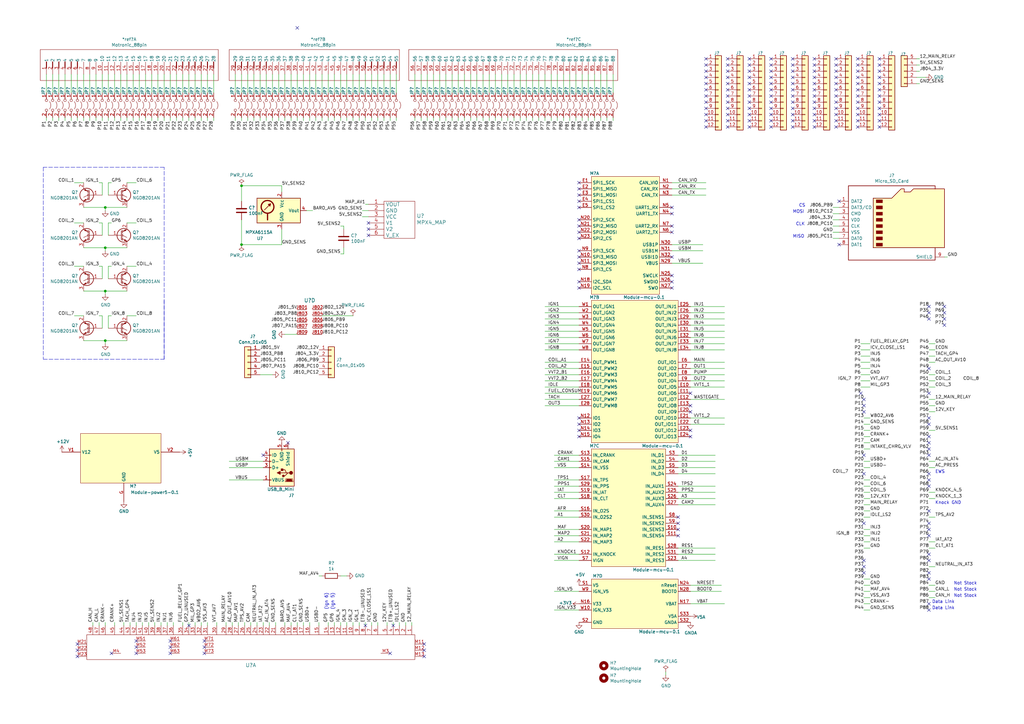
<source format=kicad_sch>
(kicad_sch (version 20210126) (generator eeschema)
  (paper "A3")
  (junction (at 43.18 85.09) (diameter 0.9144))
  (junction (at 43.18 101.6) (diameter 0.9144))
  (junction (at 43.18 119.38) (diameter 0.9144))
  (junction (at 43.18 139.7) (diameter 0.9144))
  (junction (at 99.06 76.2) (diameter 0.9144))
  (junction (at 99.06 100.33) (diameter 0.9144))
  (no_connect (at 31.75 264.16))
  (no_connect (at 31.75 266.7))
  (no_connect (at 31.75 269.24))
  (no_connect (at 45.72 267.97))
  (no_connect (at 55.88 262.89))
  (no_connect (at 55.88 265.43))
  (no_connect (at 55.88 267.97))
  (no_connect (at 69.85 262.89))
  (no_connect (at 69.85 265.43))
  (no_connect (at 69.85 267.97))
  (no_connect (at 77.47 256.54))
  (no_connect (at 83.82 262.89))
  (no_connect (at 83.82 265.43))
  (no_connect (at 83.82 267.97))
  (no_connect (at 107.95 186.69))
  (no_connect (at 118.11 181.61))
  (no_connect (at 121.92 11.43))
  (no_connect (at 149.86 256.54))
  (no_connect (at 151.13 91.44))
  (no_connect (at 151.13 93.98))
  (no_connect (at 151.13 96.52))
  (no_connect (at 160.02 267.97))
  (no_connect (at 161.29 256.54))
  (no_connect (at 173.99 264.16))
  (no_connect (at 173.99 266.7))
  (no_connect (at 173.99 269.24))
  (no_connect (at 237.49 74.93))
  (no_connect (at 237.49 77.47))
  (no_connect (at 237.49 80.01))
  (no_connect (at 237.49 82.55))
  (no_connect (at 237.49 85.09))
  (no_connect (at 237.49 90.17))
  (no_connect (at 237.49 92.71))
  (no_connect (at 237.49 95.25))
  (no_connect (at 237.49 97.79))
  (no_connect (at 237.49 102.87))
  (no_connect (at 237.49 105.41))
  (no_connect (at 237.49 107.95))
  (no_connect (at 237.49 110.49))
  (no_connect (at 237.49 115.57))
  (no_connect (at 237.49 118.11))
  (no_connect (at 237.49 171.45))
  (no_connect (at 237.49 173.99))
  (no_connect (at 237.49 176.53))
  (no_connect (at 237.49 179.07))
  (no_connect (at 275.59 85.09))
  (no_connect (at 275.59 87.63))
  (no_connect (at 275.59 92.71))
  (no_connect (at 275.59 95.25))
  (no_connect (at 275.59 105.41))
  (no_connect (at 275.59 113.03))
  (no_connect (at 275.59 115.57))
  (no_connect (at 275.59 118.11))
  (no_connect (at 278.13 212.09))
  (no_connect (at 278.13 214.63))
  (no_connect (at 278.13 217.17))
  (no_connect (at 278.13 219.71))
  (no_connect (at 283.21 161.29))
  (no_connect (at 283.21 166.37))
  (no_connect (at 283.21 168.91))
  (no_connect (at 283.21 176.53))
  (no_connect (at 283.21 179.07))
  (no_connect (at 289.56 24.13))
  (no_connect (at 289.56 26.67))
  (no_connect (at 289.56 29.21))
  (no_connect (at 289.56 31.75))
  (no_connect (at 289.56 34.29))
  (no_connect (at 289.56 36.83))
  (no_connect (at 289.56 39.37))
  (no_connect (at 289.56 41.91))
  (no_connect (at 289.56 44.45))
  (no_connect (at 289.56 46.99))
  (no_connect (at 289.56 49.53))
  (no_connect (at 289.56 52.07))
  (no_connect (at 298.45 24.13))
  (no_connect (at 298.45 26.67))
  (no_connect (at 298.45 29.21))
  (no_connect (at 298.45 31.75))
  (no_connect (at 298.45 34.29))
  (no_connect (at 298.45 36.83))
  (no_connect (at 298.45 39.37))
  (no_connect (at 298.45 41.91))
  (no_connect (at 298.45 44.45))
  (no_connect (at 298.45 46.99))
  (no_connect (at 298.45 49.53))
  (no_connect (at 298.45 52.07))
  (no_connect (at 307.34 24.13))
  (no_connect (at 307.34 26.67))
  (no_connect (at 307.34 29.21))
  (no_connect (at 307.34 31.75))
  (no_connect (at 307.34 34.29))
  (no_connect (at 307.34 36.83))
  (no_connect (at 307.34 39.37))
  (no_connect (at 307.34 41.91))
  (no_connect (at 307.34 44.45))
  (no_connect (at 307.34 46.99))
  (no_connect (at 307.34 49.53))
  (no_connect (at 307.34 52.07))
  (no_connect (at 316.23 24.13))
  (no_connect (at 316.23 26.67))
  (no_connect (at 316.23 29.21))
  (no_connect (at 316.23 31.75))
  (no_connect (at 316.23 34.29))
  (no_connect (at 316.23 36.83))
  (no_connect (at 316.23 39.37))
  (no_connect (at 316.23 41.91))
  (no_connect (at 316.23 44.45))
  (no_connect (at 316.23 46.99))
  (no_connect (at 316.23 49.53))
  (no_connect (at 316.23 52.07))
  (no_connect (at 325.12 24.13))
  (no_connect (at 325.12 26.67))
  (no_connect (at 325.12 29.21))
  (no_connect (at 325.12 31.75))
  (no_connect (at 325.12 34.29))
  (no_connect (at 325.12 36.83))
  (no_connect (at 325.12 39.37))
  (no_connect (at 325.12 41.91))
  (no_connect (at 325.12 44.45))
  (no_connect (at 325.12 46.99))
  (no_connect (at 325.12 49.53))
  (no_connect (at 325.12 52.07))
  (no_connect (at 334.01 24.13))
  (no_connect (at 334.01 26.67))
  (no_connect (at 334.01 29.21))
  (no_connect (at 334.01 31.75))
  (no_connect (at 334.01 34.29))
  (no_connect (at 334.01 36.83))
  (no_connect (at 334.01 39.37))
  (no_connect (at 334.01 41.91))
  (no_connect (at 334.01 44.45))
  (no_connect (at 334.01 46.99))
  (no_connect (at 334.01 49.53))
  (no_connect (at 334.01 52.07))
  (no_connect (at 342.9 24.13))
  (no_connect (at 342.9 26.67))
  (no_connect (at 342.9 29.21))
  (no_connect (at 342.9 31.75))
  (no_connect (at 342.9 34.29))
  (no_connect (at 342.9 36.83))
  (no_connect (at 342.9 39.37))
  (no_connect (at 342.9 41.91))
  (no_connect (at 342.9 44.45))
  (no_connect (at 342.9 46.99))
  (no_connect (at 342.9 49.53))
  (no_connect (at 342.9 52.07))
  (no_connect (at 344.17 82.55))
  (no_connect (at 344.17 100.33))
  (no_connect (at 351.79 24.13))
  (no_connect (at 351.79 26.67))
  (no_connect (at 351.79 29.21))
  (no_connect (at 351.79 31.75))
  (no_connect (at 351.79 34.29))
  (no_connect (at 351.79 36.83))
  (no_connect (at 351.79 39.37))
  (no_connect (at 351.79 41.91))
  (no_connect (at 351.79 44.45))
  (no_connect (at 351.79 46.99))
  (no_connect (at 351.79 49.53))
  (no_connect (at 351.79 52.07))
  (no_connect (at 353.06 161.29))
  (no_connect (at 354.33 163.83))
  (no_connect (at 354.33 166.37))
  (no_connect (at 354.33 168.91))
  (no_connect (at 354.33 186.69))
  (no_connect (at 354.33 194.31))
  (no_connect (at 354.33 214.63))
  (no_connect (at 354.33 229.87))
  (no_connect (at 354.33 232.41))
  (no_connect (at 354.33 234.95))
  (no_connect (at 360.68 24.13))
  (no_connect (at 360.68 26.67))
  (no_connect (at 360.68 29.21))
  (no_connect (at 360.68 31.75))
  (no_connect (at 360.68 34.29))
  (no_connect (at 360.68 36.83))
  (no_connect (at 360.68 39.37))
  (no_connect (at 360.68 41.91))
  (no_connect (at 360.68 44.45))
  (no_connect (at 360.68 46.99))
  (no_connect (at 360.68 49.53))
  (no_connect (at 360.68 52.07))
  (no_connect (at 381 125.73))
  (no_connect (at 381 128.27))
  (no_connect (at 381 130.81))
  (no_connect (at 381 151.13))
  (no_connect (at 381 161.29))
  (no_connect (at 381 171.45))
  (no_connect (at 381 173.99))
  (no_connect (at 381 179.07))
  (no_connect (at 381 181.61))
  (no_connect (at 381 184.15))
  (no_connect (at 381 186.69))
  (no_connect (at 381 194.31))
  (no_connect (at 381 196.85))
  (no_connect (at 381 199.39))
  (no_connect (at 381 209.55))
  (no_connect (at 381 214.63))
  (no_connect (at 381 217.17))
  (no_connect (at 381 219.71))
  (no_connect (at 381 227.33))
  (no_connect (at 381 229.87))
  (no_connect (at 381 234.95))
  (no_connect (at 381 237.49))
  (no_connect (at 381 247.65))
  (no_connect (at 381 250.19))
  (no_connect (at 387.35 125.73))
  (no_connect (at 387.35 128.27))
  (no_connect (at 387.35 130.81))
  (no_connect (at 387.35 133.35))
  (wire (pts (xy 19.05 38.1) (xy 19.05 30.48)))
  (wire (pts (xy 19.05 48.26) (xy 19.05 49.53)))
  (wire (pts (xy 21.59 38.1) (xy 21.59 30.48)))
  (wire (pts (xy 21.59 49.53) (xy 21.59 48.26)))
  (wire (pts (xy 24.13 38.1) (xy 24.13 30.48)))
  (wire (pts (xy 24.13 48.26) (xy 24.13 49.53)))
  (wire (pts (xy 26.67 38.1) (xy 26.67 30.48)))
  (wire (pts (xy 26.67 49.53) (xy 26.67 48.26)))
  (wire (pts (xy 29.21 38.1) (xy 29.21 30.48)))
  (wire (pts (xy 29.21 48.26) (xy 29.21 49.53)))
  (wire (pts (xy 30.48 74.93) (xy 34.29 74.93)))
  (wire (pts (xy 30.48 91.44) (xy 34.29 91.44)))
  (wire (pts (xy 30.48 109.22) (xy 34.29 109.22)))
  (wire (pts (xy 30.48 129.54) (xy 34.29 129.54)))
  (wire (pts (xy 31.75 30.48) (xy 31.75 38.1)))
  (wire (pts (xy 31.75 49.53) (xy 31.75 48.26)))
  (wire (pts (xy 34.29 38.1) (xy 34.29 30.48)))
  (wire (pts (xy 34.29 48.26) (xy 34.29 49.53)))
  (wire (pts (xy 34.29 85.09) (xy 43.18 85.09)))
  (wire (pts (xy 34.29 101.6) (xy 43.18 101.6)))
  (wire (pts (xy 34.29 119.38) (xy 43.18 119.38)))
  (wire (pts (xy 34.29 139.7) (xy 43.18 139.7)))
  (wire (pts (xy 36.83 30.48) (xy 36.83 38.1)))
  (wire (pts (xy 36.83 49.53) (xy 36.83 48.26)))
  (wire (pts (xy 38.1 256.54) (xy 38.1 255.27)))
  (wire (pts (xy 39.37 38.1) (xy 39.37 30.48)))
  (wire (pts (xy 39.37 48.26) (xy 39.37 49.53)))
  (wire (pts (xy 40.64 74.93) (xy 41.91 74.93)))
  (wire (pts (xy 40.64 255.27) (xy 40.64 256.54)))
  (wire (pts (xy 41.91 30.48) (xy 41.91 38.1)))
  (wire (pts (xy 41.91 49.53) (xy 41.91 48.26)))
  (wire (pts (xy 41.91 74.93) (xy 41.91 80.01)))
  (wire (pts (xy 41.91 91.44) (xy 40.64 91.44)))
  (wire (pts (xy 41.91 96.52) (xy 41.91 91.44)))
  (wire (pts (xy 41.91 109.22) (xy 40.64 109.22)))
  (wire (pts (xy 41.91 114.3) (xy 41.91 109.22)))
  (wire (pts (xy 41.91 129.54) (xy 40.64 129.54)))
  (wire (pts (xy 41.91 134.62) (xy 41.91 129.54)))
  (wire (pts (xy 43.18 85.09) (xy 43.18 86.36)))
  (wire (pts (xy 43.18 85.09) (xy 52.07 85.09)))
  (wire (pts (xy 43.18 101.6) (xy 43.18 102.87)))
  (wire (pts (xy 43.18 101.6) (xy 52.07 101.6)))
  (wire (pts (xy 43.18 119.38) (xy 52.07 119.38)))
  (wire (pts (xy 43.18 120.65) (xy 43.18 119.38)))
  (wire (pts (xy 43.18 139.7) (xy 52.07 139.7)))
  (wire (pts (xy 43.18 140.97) (xy 43.18 139.7)))
  (wire (pts (xy 43.18 256.54) (xy 43.18 255.27)))
  (wire (pts (xy 44.45 38.1) (xy 44.45 30.48)))
  (wire (pts (xy 44.45 48.26) (xy 44.45 49.53)))
  (wire (pts (xy 44.45 74.93) (xy 45.72 74.93)))
  (wire (pts (xy 44.45 80.01) (xy 44.45 74.93)))
  (wire (pts (xy 44.45 91.44) (xy 44.45 96.52)))
  (wire (pts (xy 44.45 91.44) (xy 45.72 91.44)))
  (wire (pts (xy 44.45 109.22) (xy 44.45 114.3)))
  (wire (pts (xy 44.45 129.54) (xy 44.45 134.62)))
  (wire (pts (xy 45.72 109.22) (xy 44.45 109.22)))
  (wire (pts (xy 45.72 129.54) (xy 44.45 129.54)))
  (wire (pts (xy 46.99 30.48) (xy 46.99 38.1)))
  (wire (pts (xy 46.99 49.53) (xy 46.99 48.26)))
  (wire (pts (xy 46.99 255.27) (xy 46.99 256.54)))
  (wire (pts (xy 49.53 38.1) (xy 49.53 30.48)))
  (wire (pts (xy 49.53 48.26) (xy 49.53 49.53)))
  (wire (pts (xy 50.8 255.27) (xy 50.8 256.54)))
  (wire (pts (xy 52.07 30.48) (xy 52.07 38.1)))
  (wire (pts (xy 52.07 49.53) (xy 52.07 48.26)))
  (wire (pts (xy 52.07 74.93) (xy 55.88 74.93)))
  (wire (pts (xy 52.07 91.44) (xy 55.88 91.44)))
  (wire (pts (xy 52.07 109.22) (xy 55.88 109.22)))
  (wire (pts (xy 52.07 129.54) (xy 55.88 129.54)))
  (wire (pts (xy 53.34 256.54) (xy 53.34 255.27)))
  (wire (pts (xy 54.61 30.48) (xy 54.61 38.1)))
  (wire (pts (xy 54.61 48.26) (xy 54.61 49.53)))
  (wire (pts (xy 55.88 256.54) (xy 55.88 255.27)))
  (wire (pts (xy 57.15 38.1) (xy 57.15 30.48)))
  (wire (pts (xy 57.15 49.53) (xy 57.15 48.26)))
  (wire (pts (xy 58.42 256.54) (xy 58.42 255.27)))
  (wire (pts (xy 59.69 30.48) (xy 59.69 38.1)))
  (wire (pts (xy 59.69 48.26) (xy 59.69 49.53)))
  (wire (pts (xy 60.96 255.27) (xy 60.96 256.54)))
  (wire (pts (xy 62.23 38.1) (xy 62.23 30.48)))
  (wire (pts (xy 62.23 49.53) (xy 62.23 48.26)))
  (wire (pts (xy 63.5 256.54) (xy 63.5 255.27)))
  (wire (pts (xy 64.77 30.48) (xy 64.77 38.1)))
  (wire (pts (xy 64.77 49.53) (xy 64.77 48.26)))
  (wire (pts (xy 66.04 255.27) (xy 66.04 256.54)))
  (wire (pts (xy 67.31 38.1) (xy 67.31 30.48)))
  (wire (pts (xy 67.31 48.26) (xy 67.31 49.53)))
  (wire (pts (xy 68.58 256.54) (xy 68.58 255.27)))
  (wire (pts (xy 69.85 30.48) (xy 69.85 38.1)))
  (wire (pts (xy 69.85 49.53) (xy 69.85 48.26)))
  (wire (pts (xy 71.12 255.27) (xy 71.12 256.54)))
  (wire (pts (xy 72.39 38.1) (xy 72.39 30.48)))
  (wire (pts (xy 72.39 48.26) (xy 72.39 49.53)))
  (wire (pts (xy 74.93 30.48) (xy 74.93 38.1)))
  (wire (pts (xy 74.93 49.53) (xy 74.93 48.26)))
  (wire (pts (xy 74.93 256.54) (xy 74.93 255.27)))
  (wire (pts (xy 77.47 38.1) (xy 77.47 30.48)))
  (wire (pts (xy 77.47 48.26) (xy 77.47 49.53)))
  (wire (pts (xy 77.47 255.27) (xy 77.47 256.54)))
  (wire (pts (xy 80.01 30.48) (xy 80.01 38.1)))
  (wire (pts (xy 80.01 49.53) (xy 80.01 48.26)))
  (wire (pts (xy 80.01 256.54) (xy 80.01 255.27)))
  (wire (pts (xy 82.55 38.1) (xy 82.55 30.48)))
  (wire (pts (xy 82.55 48.26) (xy 82.55 49.53)))
  (wire (pts (xy 82.55 255.27) (xy 82.55 256.54)))
  (wire (pts (xy 85.09 30.48) (xy 85.09 38.1)))
  (wire (pts (xy 85.09 49.53) (xy 85.09 48.26)))
  (wire (pts (xy 85.09 255.27) (xy 85.09 256.54)))
  (wire (pts (xy 87.63 38.1) (xy 87.63 30.48)))
  (wire (pts (xy 87.63 48.26) (xy 87.63 49.53)))
  (wire (pts (xy 88.9 256.54) (xy 88.9 255.27)))
  (wire (pts (xy 92.71 255.27) (xy 92.71 256.54)))
  (wire (pts (xy 93.98 189.23) (xy 107.95 189.23)))
  (wire (pts (xy 93.98 191.77) (xy 107.95 191.77)))
  (wire (pts (xy 93.98 196.85) (xy 107.95 196.85)))
  (wire (pts (xy 95.25 255.27) (xy 95.25 256.54)))
  (wire (pts (xy 96.52 38.1) (xy 96.52 30.48)))
  (wire (pts (xy 96.52 49.53) (xy 96.52 48.26)))
  (wire (pts (xy 97.79 256.54) (xy 97.79 255.27)))
  (wire (pts (xy 99.06 38.1) (xy 99.06 30.48)))
  (wire (pts (xy 99.06 48.26) (xy 99.06 49.53)))
  (wire (pts (xy 99.06 76.2) (xy 99.06 82.55)))
  (wire (pts (xy 99.06 100.33) (xy 99.06 90.17)))
  (wire (pts (xy 100.33 255.27) (xy 100.33 256.54)))
  (wire (pts (xy 101.6 30.48) (xy 101.6 38.1)))
  (wire (pts (xy 101.6 49.53) (xy 101.6 48.26)))
  (wire (pts (xy 102.87 256.54) (xy 102.87 255.27)))
  (wire (pts (xy 104.14 38.1) (xy 104.14 30.48)))
  (wire (pts (xy 104.14 48.26) (xy 104.14 49.53)))
  (wire (pts (xy 105.41 255.27) (xy 105.41 256.54)))
  (wire (pts (xy 106.68 30.48) (xy 106.68 38.1)))
  (wire (pts (xy 106.68 49.53) (xy 106.68 48.26)))
  (wire (pts (xy 106.68 153.67) (xy 111.76 153.67)))
  (wire (pts (xy 107.95 255.27) (xy 107.95 256.54)))
  (wire (pts (xy 109.22 38.1) (xy 109.22 30.48)))
  (wire (pts (xy 109.22 48.26) (xy 109.22 49.53)))
  (wire (pts (xy 110.49 256.54) (xy 110.49 255.27)))
  (wire (pts (xy 111.76 30.48) (xy 111.76 38.1)))
  (wire (pts (xy 111.76 49.53) (xy 111.76 48.26)))
  (wire (pts (xy 113.03 255.27) (xy 113.03 256.54)))
  (wire (pts (xy 114.3 38.1) (xy 114.3 30.48)))
  (wire (pts (xy 114.3 48.26) (xy 114.3 49.53)))
  (wire (pts (xy 115.57 76.2) (xy 99.06 76.2)))
  (wire (pts (xy 115.57 78.74) (xy 115.57 76.2)))
  (wire (pts (xy 115.57 93.98) (xy 115.57 100.33)))
  (wire (pts (xy 115.57 100.33) (xy 99.06 100.33)))
  (wire (pts (xy 116.84 30.48) (xy 116.84 38.1)))
  (wire (pts (xy 116.84 49.53) (xy 116.84 48.26)))
  (wire (pts (xy 116.84 256.54) (xy 116.84 255.27)))
  (wire (pts (xy 119.38 38.1) (xy 119.38 30.48)))
  (wire (pts (xy 119.38 48.26) (xy 119.38 49.53)))
  (wire (pts (xy 119.38 255.27) (xy 119.38 256.54)))
  (wire (pts (xy 121.92 30.48) (xy 121.92 38.1)))
  (wire (pts (xy 121.92 49.53) (xy 121.92 48.26)))
  (wire (pts (xy 121.92 137.16) (xy 116.84 137.16)))
  (wire (pts (xy 121.92 256.54) (xy 121.92 255.27)))
  (wire (pts (xy 124.46 30.48) (xy 124.46 38.1)))
  (wire (pts (xy 124.46 48.26) (xy 124.46 49.53)))
  (wire (pts (xy 124.46 255.27) (xy 124.46 256.54)))
  (wire (pts (xy 125.73 86.36) (xy 128.27 86.36)))
  (wire (pts (xy 127 38.1) (xy 127 30.48)))
  (wire (pts (xy 127 49.53) (xy 127 48.26)))
  (wire (pts (xy 127 256.54) (xy 127 255.27)))
  (wire (pts (xy 129.54 30.48) (xy 129.54 38.1)))
  (wire (pts (xy 129.54 48.26) (xy 129.54 49.53)))
  (wire (pts (xy 130.81 255.27) (xy 130.81 256.54)))
  (wire (pts (xy 132.08 38.1) (xy 132.08 30.48)))
  (wire (pts (xy 132.08 48.26) (xy 132.08 49.53)))
  (wire (pts (xy 132.08 236.22) (xy 130.81 236.22)))
  (wire (pts (xy 134.62 30.48) (xy 134.62 38.1)))
  (wire (pts (xy 134.62 49.53) (xy 134.62 48.26)))
  (wire (pts (xy 134.62 256.54) (xy 134.62 255.27)))
  (wire (pts (xy 137.16 38.1) (xy 137.16 30.48)))
  (wire (pts (xy 137.16 48.26) (xy 137.16 49.53)))
  (wire (pts (xy 137.16 255.27) (xy 137.16 256.54)))
  (wire (pts (xy 139.7 30.48) (xy 139.7 38.1)))
  (wire (pts (xy 139.7 49.53) (xy 139.7 48.26)))
  (wire (pts (xy 139.7 92.71) (xy 140.97 92.71)))
  (wire (pts (xy 139.7 104.14) (xy 140.97 104.14)))
  (wire (pts (xy 139.7 256.54) (xy 139.7 255.27)))
  (wire (pts (xy 140.97 92.71) (xy 140.97 93.98)))
  (wire (pts (xy 140.97 104.14) (xy 140.97 101.6)))
  (wire (pts (xy 142.24 38.1) (xy 142.24 30.48)))
  (wire (pts (xy 142.24 48.26) (xy 142.24 49.53)))
  (wire (pts (xy 142.24 236.22) (xy 139.7 236.22)))
  (wire (pts (xy 142.24 255.27) (xy 142.24 256.54)))
  (wire (pts (xy 144.78 30.48) (xy 144.78 38.1)))
  (wire (pts (xy 144.78 49.53) (xy 144.78 48.26)))
  (wire (pts (xy 144.78 129.54) (xy 132.08 129.54)))
  (wire (pts (xy 144.78 256.54) (xy 144.78 255.27)))
  (wire (pts (xy 147.32 38.1) (xy 147.32 30.48)))
  (wire (pts (xy 147.32 48.26) (xy 147.32 49.53)))
  (wire (pts (xy 147.32 255.27) (xy 147.32 256.54)))
  (wire (pts (xy 148.59 88.9) (xy 151.13 88.9)))
  (wire (pts (xy 149.86 30.48) (xy 149.86 38.1)))
  (wire (pts (xy 149.86 49.53) (xy 149.86 48.26)))
  (wire (pts (xy 149.86 83.82) (xy 151.13 83.82)))
  (wire (pts (xy 149.86 256.54) (xy 149.86 255.27)))
  (wire (pts (xy 151.13 86.36) (xy 148.59 86.36)))
  (wire (pts (xy 152.4 38.1) (xy 152.4 30.48)))
  (wire (pts (xy 152.4 48.26) (xy 152.4 49.53)))
  (wire (pts (xy 152.4 255.27) (xy 152.4 256.54)))
  (wire (pts (xy 154.94 30.48) (xy 154.94 38.1)))
  (wire (pts (xy 154.94 49.53) (xy 154.94 48.26)))
  (wire (pts (xy 154.94 256.54) (xy 154.94 255.27)))
  (wire (pts (xy 157.48 38.1) (xy 157.48 30.48)))
  (wire (pts (xy 157.48 48.26) (xy 157.48 49.53)))
  (wire (pts (xy 158.75 255.27) (xy 158.75 256.54)))
  (wire (pts (xy 160.02 38.1) (xy 160.02 30.48)))
  (wire (pts (xy 160.02 49.53) (xy 160.02 48.26)))
  (wire (pts (xy 161.29 256.54) (xy 161.29 255.27)))
  (wire (pts (xy 162.56 30.48) (xy 162.56 38.1)))
  (wire (pts (xy 162.56 48.26) (xy 162.56 49.53)))
  (wire (pts (xy 163.83 255.27) (xy 163.83 256.54)))
  (wire (pts (xy 166.37 255.27) (xy 166.37 256.54)))
  (wire (pts (xy 168.91 255.27) (xy 168.91 256.54)))
  (wire (pts (xy 170.18 38.1) (xy 170.18 30.48)))
  (wire (pts (xy 170.18 49.53) (xy 170.18 48.26)))
  (wire (pts (xy 172.72 38.1) (xy 172.72 30.48)))
  (wire (pts (xy 172.72 48.26) (xy 172.72 49.53)))
  (wire (pts (xy 175.26 38.1) (xy 175.26 30.48)))
  (wire (pts (xy 175.26 49.53) (xy 175.26 48.26)))
  (wire (pts (xy 177.8 30.48) (xy 177.8 38.1)))
  (wire (pts (xy 177.8 48.26) (xy 177.8 49.53)))
  (wire (pts (xy 180.34 38.1) (xy 180.34 30.48)))
  (wire (pts (xy 180.34 49.53) (xy 180.34 48.26)))
  (wire (pts (xy 182.88 30.48) (xy 182.88 38.1)))
  (wire (pts (xy 182.88 48.26) (xy 182.88 49.53)))
  (wire (pts (xy 185.42 38.1) (xy 185.42 30.48)))
  (wire (pts (xy 185.42 49.53) (xy 185.42 48.26)))
  (wire (pts (xy 187.96 30.48) (xy 187.96 38.1)))
  (wire (pts (xy 187.96 48.26) (xy 187.96 49.53)))
  (wire (pts (xy 190.5 38.1) (xy 190.5 30.48)))
  (wire (pts (xy 190.5 49.53) (xy 190.5 48.26)))
  (wire (pts (xy 193.04 30.48) (xy 193.04 38.1)))
  (wire (pts (xy 193.04 48.26) (xy 193.04 49.53)))
  (wire (pts (xy 195.58 38.1) (xy 195.58 30.48)))
  (wire (pts (xy 195.58 48.26) (xy 195.58 49.53)))
  (wire (pts (xy 198.12 30.48) (xy 198.12 38.1)))
  (wire (pts (xy 198.12 49.53) (xy 198.12 48.26)))
  (wire (pts (xy 200.66 30.48) (xy 200.66 38.1)))
  (wire (pts (xy 200.66 48.26) (xy 200.66 49.53)))
  (wire (pts (xy 203.2 38.1) (xy 203.2 30.48)))
  (wire (pts (xy 203.2 49.53) (xy 203.2 48.26)))
  (wire (pts (xy 205.74 30.48) (xy 205.74 38.1)))
  (wire (pts (xy 205.74 48.26) (xy 205.74 49.53)))
  (wire (pts (xy 208.28 38.1) (xy 208.28 30.48)))
  (wire (pts (xy 208.28 49.53) (xy 208.28 48.26)))
  (wire (pts (xy 210.82 30.48) (xy 210.82 38.1)))
  (wire (pts (xy 210.82 48.26) (xy 210.82 49.53)))
  (wire (pts (xy 213.36 38.1) (xy 213.36 30.48)))
  (wire (pts (xy 213.36 49.53) (xy 213.36 48.26)))
  (wire (pts (xy 215.9 30.48) (xy 215.9 38.1)))
  (wire (pts (xy 215.9 48.26) (xy 215.9 49.53)))
  (wire (pts (xy 218.44 38.1) (xy 218.44 30.48)))
  (wire (pts (xy 218.44 49.53) (xy 218.44 48.26)))
  (wire (pts (xy 220.98 30.48) (xy 220.98 38.1)))
  (wire (pts (xy 220.98 48.26) (xy 220.98 49.53)))
  (wire (pts (xy 223.52 38.1) (xy 223.52 30.48)))
  (wire (pts (xy 223.52 49.53) (xy 223.52 48.26)))
  (wire (pts (xy 223.52 125.73) (xy 237.49 125.73)))
  (wire (pts (xy 223.52 128.27) (xy 237.49 128.27)))
  (wire (pts (xy 223.52 130.81) (xy 237.49 130.81)))
  (wire (pts (xy 223.52 133.35) (xy 237.49 133.35)))
  (wire (pts (xy 223.52 135.89) (xy 237.49 135.89)))
  (wire (pts (xy 223.52 138.43) (xy 237.49 138.43)))
  (wire (pts (xy 223.52 140.97) (xy 237.49 140.97)))
  (wire (pts (xy 223.52 143.51) (xy 237.49 143.51)))
  (wire (pts (xy 223.52 148.59) (xy 237.49 148.59)))
  (wire (pts (xy 223.52 151.13) (xy 237.49 151.13)))
  (wire (pts (xy 223.52 153.67) (xy 237.49 153.67)))
  (wire (pts (xy 223.52 156.21) (xy 237.49 156.21)))
  (wire (pts (xy 223.52 158.75) (xy 237.49 158.75)))
  (wire (pts (xy 223.52 161.29) (xy 237.49 161.29)))
  (wire (pts (xy 223.52 163.83) (xy 237.49 163.83)))
  (wire (pts (xy 223.52 166.37) (xy 237.49 166.37)))
  (wire (pts (xy 226.06 30.48) (xy 226.06 38.1)))
  (wire (pts (xy 226.06 48.26) (xy 226.06 49.53)))
  (wire (pts (xy 227.33 186.69) (xy 237.49 186.69)))
  (wire (pts (xy 227.33 189.23) (xy 237.49 189.23)))
  (wire (pts (xy 227.33 191.77) (xy 237.49 191.77)))
  (wire (pts (xy 227.33 196.85) (xy 237.49 196.85)))
  (wire (pts (xy 227.33 199.39) (xy 237.49 199.39)))
  (wire (pts (xy 227.33 201.93) (xy 237.49 201.93)))
  (wire (pts (xy 227.33 204.47) (xy 237.49 204.47)))
  (wire (pts (xy 227.33 209.55) (xy 237.49 209.55)))
  (wire (pts (xy 227.33 212.09) (xy 237.49 212.09)))
  (wire (pts (xy 227.33 217.17) (xy 237.49 217.17)))
  (wire (pts (xy 227.33 219.71) (xy 237.49 219.71)))
  (wire (pts (xy 227.33 222.25) (xy 237.49 222.25)))
  (wire (pts (xy 227.33 227.33) (xy 237.49 227.33)))
  (wire (pts (xy 227.33 229.87) (xy 237.49 229.87)))
  (wire (pts (xy 227.33 242.57) (xy 237.49 242.57)))
  (wire (pts (xy 227.33 250.19) (xy 237.49 250.19)))
  (wire (pts (xy 228.6 38.1) (xy 228.6 30.48)))
  (wire (pts (xy 228.6 49.53) (xy 228.6 48.26)))
  (wire (pts (xy 231.14 30.48) (xy 231.14 38.1)))
  (wire (pts (xy 231.14 48.26) (xy 231.14 49.53)))
  (wire (pts (xy 233.68 38.1) (xy 233.68 30.48)))
  (wire (pts (xy 233.68 49.53) (xy 233.68 48.26)))
  (wire (pts (xy 236.22 30.48) (xy 236.22 38.1)))
  (wire (pts (xy 236.22 49.53) (xy 236.22 48.26)))
  (wire (pts (xy 238.76 38.1) (xy 238.76 30.48)))
  (wire (pts (xy 238.76 49.53) (xy 238.76 48.26)))
  (wire (pts (xy 241.3 30.48) (xy 241.3 38.1)))
  (wire (pts (xy 241.3 48.26) (xy 241.3 49.53)))
  (wire (pts (xy 243.84 38.1) (xy 243.84 30.48)))
  (wire (pts (xy 243.84 49.53) (xy 243.84 48.26)))
  (wire (pts (xy 246.38 30.48) (xy 246.38 38.1)))
  (wire (pts (xy 246.38 48.26) (xy 246.38 49.53)))
  (wire (pts (xy 248.92 38.1) (xy 248.92 30.48)))
  (wire (pts (xy 248.92 49.53) (xy 248.92 48.26)))
  (wire (pts (xy 251.46 30.48) (xy 251.46 38.1)))
  (wire (pts (xy 251.46 48.26) (xy 251.46 49.53)))
  (wire (pts (xy 273.05 275.59) (xy 273.05 276.86)))
  (wire (pts (xy 275.59 74.93) (xy 289.56 74.93)))
  (wire (pts (xy 275.59 77.47) (xy 289.56 77.47)))
  (wire (pts (xy 275.59 80.01) (xy 289.56 80.01)))
  (wire (pts (xy 275.59 100.33) (xy 288.29 100.33)))
  (wire (pts (xy 275.59 102.87) (xy 288.29 102.87)))
  (wire (pts (xy 275.59 107.95) (xy 288.29 107.95)))
  (wire (pts (xy 283.21 125.73) (xy 297.18 125.73)))
  (wire (pts (xy 283.21 128.27) (xy 297.18 128.27)))
  (wire (pts (xy 283.21 130.81) (xy 297.18 130.81)))
  (wire (pts (xy 283.21 133.35) (xy 297.18 133.35)))
  (wire (pts (xy 283.21 135.89) (xy 297.18 135.89)))
  (wire (pts (xy 283.21 138.43) (xy 297.18 138.43)))
  (wire (pts (xy 283.21 140.97) (xy 297.18 140.97)))
  (wire (pts (xy 283.21 143.51) (xy 297.18 143.51)))
  (wire (pts (xy 283.21 148.59) (xy 297.18 148.59)))
  (wire (pts (xy 283.21 151.13) (xy 297.18 151.13)))
  (wire (pts (xy 283.21 153.67) (xy 297.18 153.67)))
  (wire (pts (xy 283.21 156.21) (xy 297.18 156.21)))
  (wire (pts (xy 283.21 158.75) (xy 297.18 158.75)))
  (wire (pts (xy 283.21 163.83) (xy 297.18 163.83)))
  (wire (pts (xy 283.21 171.45) (xy 297.18 171.45)))
  (wire (pts (xy 283.21 173.99) (xy 297.18 173.99)))
  (wire (pts (xy 283.21 240.03) (xy 295.91 240.03)))
  (wire (pts (xy 283.21 242.57) (xy 295.91 242.57)))
  (wire (pts (xy 283.21 247.65) (xy 297.18 247.65)))
  (wire (pts (xy 293.37 186.69) (xy 278.13 186.69)))
  (wire (pts (xy 293.37 189.23) (xy 278.13 189.23)))
  (wire (pts (xy 293.37 191.77) (xy 278.13 191.77)))
  (wire (pts (xy 293.37 194.31) (xy 278.13 194.31)))
  (wire (pts (xy 293.37 199.39) (xy 278.13 199.39)))
  (wire (pts (xy 293.37 201.93) (xy 278.13 201.93)))
  (wire (pts (xy 293.37 204.47) (xy 278.13 204.47)))
  (wire (pts (xy 293.37 207.01) (xy 278.13 207.01)))
  (wire (pts (xy 293.37 224.79) (xy 278.13 224.79)))
  (wire (pts (xy 293.37 227.33) (xy 278.13 227.33)))
  (wire (pts (xy 293.37 229.87) (xy 278.13 229.87)))
  (wire (pts (xy 341.63 85.09) (xy 344.17 85.09)))
  (wire (pts (xy 341.63 87.63) (xy 344.17 87.63)))
  (wire (pts (xy 341.63 92.71) (xy 344.17 92.71)))
  (wire (pts (xy 341.63 97.79) (xy 344.17 97.79)))
  (wire (pts (xy 344.17 90.17) (xy 341.63 90.17)))
  (wire (pts (xy 344.17 95.25) (xy 341.63 95.25)))
  (wire (pts (xy 353.06 140.97) (xy 356.87 140.97)))
  (wire (pts (xy 353.06 143.51) (xy 356.87 143.51)))
  (wire (pts (xy 353.06 146.05) (xy 356.87 146.05)))
  (wire (pts (xy 353.06 148.59) (xy 356.87 148.59)))
  (wire (pts (xy 353.06 151.13) (xy 356.87 151.13)))
  (wire (pts (xy 353.06 153.67) (xy 356.87 153.67)))
  (wire (pts (xy 353.06 156.21) (xy 356.87 156.21)))
  (wire (pts (xy 353.06 158.75) (xy 356.87 158.75)))
  (wire (pts (xy 354.33 171.45) (xy 356.87 171.45)))
  (wire (pts (xy 354.33 173.99) (xy 356.87 173.99)))
  (wire (pts (xy 354.33 176.53) (xy 356.87 176.53)))
  (wire (pts (xy 354.33 179.07) (xy 356.87 179.07)))
  (wire (pts (xy 354.33 181.61) (xy 356.87 181.61)))
  (wire (pts (xy 354.33 184.15) (xy 356.87 184.15)))
  (wire (pts (xy 354.33 189.23) (xy 356.87 189.23)))
  (wire (pts (xy 354.33 196.85) (xy 356.87 196.85)))
  (wire (pts (xy 354.33 199.39) (xy 356.87 199.39)))
  (wire (pts (xy 354.33 201.93) (xy 356.87 201.93)))
  (wire (pts (xy 354.33 204.47) (xy 356.87 204.47)))
  (wire (pts (xy 354.33 207.01) (xy 356.87 207.01)))
  (wire (pts (xy 354.33 209.55) (xy 356.87 209.55)))
  (wire (pts (xy 354.33 212.09) (xy 356.87 212.09)))
  (wire (pts (xy 354.33 217.17) (xy 356.87 217.17)))
  (wire (pts (xy 354.33 219.71) (xy 356.87 219.71)))
  (wire (pts (xy 354.33 222.25) (xy 356.87 222.25)))
  (wire (pts (xy 354.33 224.79) (xy 356.87 224.79)))
  (wire (pts (xy 354.33 237.49) (xy 356.87 237.49)))
  (wire (pts (xy 354.33 240.03) (xy 356.87 240.03)))
  (wire (pts (xy 354.33 242.57) (xy 356.87 242.57)))
  (wire (pts (xy 354.33 245.11) (xy 356.87 245.11)))
  (wire (pts (xy 354.33 247.65) (xy 356.87 247.65)))
  (wire (pts (xy 354.33 250.19) (xy 356.87 250.19)))
  (wire (pts (xy 356.87 191.77) (xy 354.33 191.77)))
  (wire (pts (xy 375.92 24.13) (xy 377.19 24.13)))
  (wire (pts (xy 375.92 29.21) (xy 377.19 29.21)))
  (wire (pts (xy 375.92 34.29) (xy 377.19 34.29)))
  (wire (pts (xy 377.19 26.67) (xy 375.92 26.67)))
  (wire (pts (xy 379.73 31.75) (xy 375.92 31.75)))
  (wire (pts (xy 381 140.97) (xy 383.54 140.97)))
  (wire (pts (xy 381 143.51) (xy 383.54 143.51)))
  (wire (pts (xy 381 146.05) (xy 383.54 146.05)))
  (wire (pts (xy 381 148.59) (xy 383.54 148.59)))
  (wire (pts (xy 381 153.67) (xy 383.54 153.67)))
  (wire (pts (xy 381 156.21) (xy 383.54 156.21)))
  (wire (pts (xy 381 158.75) (xy 383.54 158.75)))
  (wire (pts (xy 381 163.83) (xy 383.54 163.83)))
  (wire (pts (xy 381 168.91) (xy 383.54 168.91)))
  (wire (pts (xy 381 189.23) (xy 383.54 189.23)))
  (wire (pts (xy 381 201.93) (xy 383.54 201.93)))
  (wire (pts (xy 381 212.09) (xy 383.54 212.09)))
  (wire (pts (xy 381 224.79) (xy 383.54 224.79)))
  (wire (pts (xy 381 232.41) (xy 383.54 232.41)))
  (wire (pts (xy 381 242.57) (xy 383.54 242.57)))
  (wire (pts (xy 383.54 166.37) (xy 381 166.37)))
  (wire (pts (xy 383.54 176.53) (xy 381 176.53)))
  (wire (pts (xy 383.54 191.77) (xy 381 191.77)))
  (wire (pts (xy 383.54 204.47) (xy 381 204.47)))
  (wire (pts (xy 383.54 222.25) (xy 381 222.25)))
  (wire (pts (xy 383.54 240.03) (xy 381 240.03)))
  (wire (pts (xy 383.54 245.11) (xy 381 245.11)))
  (wire (pts (xy 388.62 105.41) (xy 387.35 105.41)))
  (polyline (pts (xy 17.78 68.58) (xy 17.78 147.32)) (stroke (width 0) (type dash)))
  (polyline (pts (xy 17.78 147.32) (xy 67.31 147.32)) (stroke (width 0) (type dash)))
  (polyline (pts (xy 67.31 68.58) (xy 17.78 68.58)) (stroke (width 0) (type dash)))
  (polyline (pts (xy 67.31 123.19) (xy 67.31 147.32)) (stroke (width 0) (type dash)))
  (polyline (pts (xy 67.31 147.32) (xy 67.31 68.58)) (stroke (width 0) (type dash)))
  (text "(Ign 6)" (at 134.62 250.19 90) (effects (font (size 1.27 1.27)) (justify left bottom)))
  (text "(Ign 5)" (at 137.16 250.19 90) (effects (font (size 1.27 1.27)) (justify left bottom)))
  (text "MOSI" (at 325.12 87.63 0) (effects (font (size 1.27 1.27)) (justify left bottom)))
  (text "MISO" (at 325.12 97.79 0) (effects (font (size 1.27 1.27)) (justify left bottom)))
  (text "CLK" (at 326.39 92.71 0) (effects (font (size 1.27 1.27)) (justify left bottom)))
  (text "CS" (at 327.66 85.09 0) (effects (font (size 1.27 1.27)) (justify left bottom)))
  (text "Data Link" (at 382.27 247.65 0) (effects (font (size 1.27 1.27)) (justify left bottom)))
  (text "Data Link" (at 382.27 250.19 0) (effects (font (size 1.27 1.27)) (justify left bottom)))
  (text "EWS" (at 383.54 194.31 0) (effects (font (size 1.27 1.27)) (justify left bottom)))
  (text "Knock GND" (at 383.54 207.01 0) (effects (font (size 1.27 1.27)) (justify left bottom)))
  (text "Not Stock" (at 391.16 240.03 0) (effects (font (size 1.27 1.27)) (justify left bottom)))
  (text "Not Stock" (at 391.16 242.57 0) (effects (font (size 1.27 1.27)) (justify left bottom)))
  (text "Not Stock" (at 391.16 245.11 0) (effects (font (size 1.27 1.27)) (justify left bottom)))
  (text "45 | GND | gnd for shield \n46 | Low side | Ti signal (Fuel consumption)\n47 | Low side | RPM output \n48 | Low side | AC compressor relay pin 85\n49 | Spare |\n50 | High low | coil 1\n51 | High low | coil 2\n52 | High low | coil 3\n53 | Spare | \n54 | 12v+ | 12v from DME relay\n55 | GND | gnd ignition \n56 | 12v+ | 12v switched \n57 | NC | trans timing intervention\n58 | Spare | \n59 | 5v output | 5v sensor supply\n60 | NC | Data link (progr volt)\n61 | Spare | \n62 | NC | Trans CEL signal\n63 | Spare | \n64 | Analogue in | AC switch (Pulldown?)\n65 | Analogue in | Ac pressure \n66 | NC | EWSII\n67 | Knock | \n68 | Knock | \n69 | Knock | Knock 4-6\n70 | Knock | Knock 1-3\n71 | GND | gnd knock shields \n72 | Spare | \n73 | Analogue in | TPS signal\n74 | NC | \n75 | Spare | \n76 | NC | \n77 | Analogue in | IAT \n78 | Analogue in | CLT\n79 | Spare | \n80 | Spare | \n81 | Analogue in | A/T Trans P/N input\n82 | Analogue in | ABS TPS input\n83 | Analogue in | ABS ignition cut\n84 | Spare | \n85 | CAN | \n86 | CAN | \n87 | NC | Data link\n88 | NC | Data link" (at 420.37 104.14 0) (effects (font (size 1.27 1.27)) (justify left bottom)))
  (text "1 | Low side | Fuel pump \n2 | Low side | ICV close \n3 | Low side | Inj 5 \n4 | Low side | inj 6 \n5 | Low side | inj 4\n6 | GND | gnd injectors \n7 | Low side | VVT Solenoid\n8 | Low side | CEL \n9 | Spare | \n10 | Spare | \n11 | NC | Trans TPS out\n12 | Analogue in | \n13 | Analogue in | Lambda signal\n14 | GND | MAF gnd\n15 | GND | gnd (Resistor?)\n16 | CPS | CPS + \n17 | Digi in | Cam sensor signal\n18 | Jumper low side | \n19 | NC | \n20 | USB_D+ | Spare | \n21 | USB_D- | Spare | \n22 | High low | \n23 | High low | coil 4\n24 | High low | coil 6\n25 | High low | coil 5\n26 | 12v+ | Batt + \n27 | Low side | DME Relay \n28 | GND | gnd sensor shields \n              and electronics - res to 5V?\n29 | Low side | ICV open \n30 | Spare | \n31 | Low side | inj 3\n32 | Low side | inj 2\n33 | Low side | inj 1\n34 | GND | gnd outputs \n35 | Low side | \n36 | Low side | Evap valve \n37 | NC | \n38 | NC | Lambda heater\n39 | GND | \n40 | GND | Lambda gnd\n41 | Analogue in | MAF signal\n42 | Digi in | VSS input\n43 | CPS | CPS - \n44 | GND | gnd for sensors" (at 468.63 106.68 0) (effects (font (size 1.27 1.27)) (justify left bottom)))
  (label "P1" (at 19.05 49.53 270))
  (label "P2" (at 21.59 49.53 270))
  (label "P3" (at 24.13 49.53 270))
  (label "P4" (at 26.67 49.53 270))
  (label "P5" (at 29.21 49.53 270))
  (label "COIL_1" (at 30.48 74.93 180))
  (label "COIL_2" (at 30.48 91.44 180))
  (label "COIL_3" (at 30.48 109.22 180))
  (label "COIL_7" (at 30.48 129.54 180))
  (label "P6" (at 31.75 49.53 270))
  (label "P7" (at 34.29 49.53 270))
  (label "P8" (at 36.83 49.53 270))
  (label "CAN_H" (at 38.1 255.27 90))
  (label "P9" (at 39.37 49.53 270))
  (label "IGN_1" (at 40.64 74.93 180))
  (label "IGN_2" (at 40.64 91.44 180))
  (label "IGN_3" (at 40.64 109.22 180))
  (label "IGN_7" (at 40.64 129.54 180))
  (label "CAN_L" (at 40.64 255.27 90))
  (label "P10" (at 41.91 49.53 270))
  (label "CRANK-" (at 43.18 255.27 90))
  (label "P11" (at 44.45 49.53 270))
  (label "GP5" (at 45.72 74.93 0))
  (label "GP6" (at 45.72 91.44 0))
  (label "IGN_4" (at 45.72 109.22 0))
  (label "IGN_8" (at 45.72 129.54 0))
  (label "P12" (at 46.99 49.53 270))
  (label "CRANK+" (at 46.99 255.27 90))
  (label "P13" (at 49.53 49.53 270))
  (label "5V_SENS1" (at 50.8 255.27 90))
  (label "P14" (at 52.07 49.53 270))
  (label "TACH_GP4" (at 53.34 255.27 90))
  (label "P15" (at 54.61 49.53 270))
  (label "COIL_6" (at 55.88 74.93 0))
  (label "COIL_5" (at 55.88 91.44 0))
  (label "COIL_4" (at 55.88 109.22 0))
  (label "COIL_8" (at 55.88 129.54 0))
  (label "INJ4" (at 55.88 255.27 90))
  (label "P16" (at 57.15 49.53 270))
  (label "INJ3" (at 58.42 255.27 90))
  (label "P17" (at 59.69 49.53 270))
  (label "INJ5" (at 60.96 255.27 90))
  (label "P18" (at 62.23 49.53 270))
  (label "5V_SENS2" (at 63.5 255.27 90))
  (label "P19" (at 64.77 49.53 270))
  (label "INJ2" (at 66.04 255.27 90))
  (label "P20" (at 67.31 49.53 270))
  (label "INJ1" (at 68.58 255.27 90))
  (label "P21" (at 69.85 49.53 270))
  (label "INJ6" (at 71.12 255.27 90))
  (label "P22" (at 72.39 49.53 270))
  (label "P23" (at 74.93 49.53 270))
  (label "FUEL_RELAY_GP1" (at 74.93 255.27 90))
  (label "P24" (at 77.47 49.53 270))
  (label "GP2_UNUSED" (at 77.47 255.27 90))
  (label "P25" (at 80.01 49.53 270))
  (label "MIL_GP3" (at 80.01 255.27 90))
  (label "P26" (at 82.55 49.53 270))
  (label "WBO2_AV6" (at 82.55 255.27 90))
  (label "P27" (at 85.09 49.53 270))
  (label "VSS_AV3" (at 85.09 255.27 90))
  (label "P28" (at 87.63 49.53 270))
  (label "VVT_AV7" (at 88.9 255.27 90))
  (label "MAIN_RELAY" (at 92.71 255.27 90))
  (label "AC_OUT_AV10" (at 95.25 255.27 90))
  (label "P29" (at 96.52 49.53 270))
  (label "USBM" (at 96.52 189.23 0))
  (label "USBP" (at 96.52 191.77 0))
  (label "VBUS" (at 96.52 196.85 0))
  (label "MAP_AV1" (at 97.79 255.27 90))
  (label "P30" (at 99.06 49.53 270))
  (label "TPS_AV2" (at 100.33 255.27 90))
  (label "P31" (at 101.6 49.53 270))
  (label "CAM" (at 102.87 255.27 90))
  (label "P32" (at 104.14 49.53 270))
  (label "NEUTRAL_IN_AT3" (at 105.41 255.27 90))
  (label "P33" (at 106.68 49.53 270))
  (label "J801_5V" (at 106.68 143.51 0))
  (label "J803_PB8" (at 106.68 146.05 0))
  (label "J805_PC11" (at 106.68 148.59 0))
  (label "J807_PA15" (at 106.68 151.13 0))
  (label "IAT_AT2" (at 107.95 255.27 90))
  (label "P34" (at 109.22 49.53 270))
  (label "AC_IN_AT4" (at 110.49 255.27 90))
  (label "P35" (at 111.76 49.53 270))
  (label "GND_SENS" (at 113.03 255.27 90))
  (label "P36" (at 114.3 49.53 270))
  (label "5V_SENS2" (at 115.57 76.2 0))
  (label "GND_SENS" (at 115.57 100.33 0))
  (label "P37" (at 116.84 49.53 270))
  (label "BARO_AV5" (at 116.84 255.27 90))
  (label "P38" (at 119.38 49.53 270))
  (label "MAF_AV4" (at 119.38 255.27 90))
  (label "P39" (at 121.92 49.53 270))
  (label "J801_5V" (at 121.92 127 180))
  (label "J803_PB8" (at 121.92 129.54 180))
  (label "J805_PC11" (at 121.92 132.08 180))
  (label "J807_PA15" (at 121.92 134.62 180))
  (label "CLT_AT1" (at 121.92 255.27 90))
  (label "P40" (at 124.46 49.53 270))
  (label "GND_SENS" (at 124.46 255.27 90))
  (label "P41" (at 127 49.53 270))
  (label "USBD+" (at 127 255.27 90))
  (label "BARO_AV5" (at 128.27 86.36 0))
  (label "P42" (at 129.54 49.53 270))
  (label "J802_12V" (at 130.81 143.51 180))
  (label "J804_3.3V" (at 130.81 146.05 180))
  (label "J806_PB9" (at 130.81 148.59 180))
  (label "J808_PC10" (at 130.81 151.13 180))
  (label "J810_PC12" (at 130.81 153.67 180))
  (label "MAF_AV4" (at 130.81 236.22 180))
  (label "USBD-" (at 130.81 255.27 90))
  (label "P43" (at 132.08 49.53 270))
  (label "J802_12V" (at 132.08 127 0))
  (label "J804_3.3V" (at 132.08 129.54 0))
  (label "J806_PB9" (at 132.08 132.08 0))
  (label "J808_PC10" (at 132.08 134.62 0))
  (label "J810_PC12" (at 132.08 137.16 0))
  (label "P44" (at 134.62 49.53 270))
  (label "GP5" (at 134.62 255.27 90))
  (label "P45" (at 137.16 49.53 270))
  (label "GP6" (at 137.16 255.27 90))
  (label "P46" (at 139.7 49.53 270))
  (label "5V_SENS2" (at 139.7 92.71 180))
  (label "GND_SENS" (at 139.7 104.14 180))
  (label "IGN_4" (at 139.7 255.27 90))
  (label "P47" (at 142.24 49.53 270))
  (label "IGN_3" (at 142.24 255.27 90))
  (label "P48" (at 144.78 49.53 270))
  (label "IGN_2" (at 144.78 255.27 90))
  (label "P49" (at 147.32 49.53 270))
  (label "IGN_1" (at 147.32 255.27 90))
  (label "GND_SENS" (at 148.59 86.36 180))
  (label "5V_SENS2" (at 148.59 88.9 180))
  (label "P50" (at 149.86 49.53 270))
  (label "MAP_AV1" (at 149.86 83.82 180))
  (label "ETB-_UNUSED" (at 149.86 255.27 90))
  (label "P51" (at 152.4 49.53 270))
  (label "ICV_CLOSE_LS1" (at 152.4 255.27 90))
  (label "P52" (at 154.94 49.53 270))
  (label "GND" (at 154.94 255.27 90))
  (label "P53" (at 157.48 49.53 270))
  (label "12V_KEY" (at 158.75 255.27 90))
  (label "P54" (at 160.02 49.53 270))
  (label "ETB+_UNUSED" (at 161.29 255.27 90))
  (label "P55" (at 162.56 49.53 270))
  (label "IDLE_LS2" (at 163.83 255.27 90))
  (label "GND" (at 166.37 255.27 90))
  (label "12_MAIN_RELAY" (at 168.91 255.27 90))
  (label "P56" (at 170.18 49.53 270))
  (label "P57" (at 172.72 49.53 270))
  (label "P58" (at 175.26 49.53 270))
  (label "P59" (at 177.8 49.53 270))
  (label "P60" (at 180.34 49.53 270))
  (label "P61" (at 182.88 49.53 270))
  (label "P62" (at 185.42 49.53 270))
  (label "P63" (at 187.96 49.53 270))
  (label "P64" (at 190.5 49.53 270))
  (label "P65" (at 193.04 49.53 270))
  (label "P66" (at 195.58 49.53 270))
  (label "P67" (at 198.12 49.53 270))
  (label "P68" (at 200.66 49.53 270))
  (label "P69" (at 203.2 49.53 270))
  (label "P70" (at 205.74 49.53 270))
  (label "P71" (at 208.28 49.53 270))
  (label "P72" (at 210.82 49.53 270))
  (label "P73" (at 213.36 49.53 270))
  (label "P74" (at 215.9 49.53 270))
  (label "P75" (at 218.44 49.53 270))
  (label "P76" (at 220.98 49.53 270))
  (label "P77" (at 223.52 49.53 270))
  (label "IGN1" (at 224.79 125.73 0))
  (label "IGN2" (at 224.79 128.27 0))
  (label "IGN3" (at 224.79 130.81 0))
  (label "IGN4" (at 224.79 133.35 0))
  (label "IGN5" (at 224.79 135.89 0))
  (label "IGN6" (at 224.79 138.43 0))
  (label "IGN7" (at 224.79 140.97 0))
  (label "IGN8" (at 224.79 143.51 0))
  (label "COIL_A1" (at 224.79 148.59 0))
  (label "COIL_A2" (at 224.79 151.13 0))
  (label "VVT2_B1" (at 224.79 153.67 0))
  (label "VVT2_B2" (at 224.79 156.21 0))
  (label "IDLE" (at 224.79 158.75 0))
  (label "FUEL_CONSUM" (at 224.79 161.29 0))
  (label "TACH" (at 224.79 163.83 0))
  (label "OUT3" (at 224.79 166.37 0))
  (label "P78" (at 226.06 49.53 270))
  (label "P79" (at 228.6 49.53 270))
  (label "CRANK" (at 228.6 186.69 0))
  (label "CAM1" (at 228.6 189.23 0))
  (label "VSS" (at 228.6 191.77 0))
  (label "TPS1" (at 228.6 196.85 0))
  (label "PPS1" (at 228.6 199.39 0))
  (label "IAT" (at 228.6 201.93 0))
  (label "CLT" (at 228.6 204.47 0))
  (label "AFR" (at 228.6 209.55 0))
  (label "A1" (at 228.6 212.09 0))
  (label "MAF" (at 228.6 217.17 0))
  (label "MAP2" (at 228.6 219.71 0))
  (label "A2" (at 228.6 222.25 0))
  (label "KNOCK1" (at 228.6 227.33 0))
  (label "VIGN" (at 228.6 229.87 0))
  (label "P80" (at 231.14 49.53 270))
  (label "P81" (at 233.68 49.53 270))
  (label "IGN_V5" (at 234.95 242.57 180))
  (label "P82" (at 236.22 49.53 270))
  (label "IGN_V33" (at 236.22 250.19 180))
  (label "P83" (at 238.76 49.53 270))
  (label "P84" (at 241.3 49.53 270))
  (label "P85" (at 243.84 49.53 270))
  (label "P86" (at 246.38 49.53 270))
  (label "P87" (at 248.92 49.53 270))
  (label "P88" (at 251.46 49.53 270))
  (label "CAN_VIO" (at 278.13 74.93 0))
  (label "CAN_RX" (at 278.13 77.47 0))
  (label "CAN_TX" (at 278.13 80.01 0))
  (label "USBP" (at 278.13 100.33 0))
  (label "USBM" (at 278.13 102.87 0))
  (label "VBUS" (at 278.13 107.95 0))
  (label "D1" (at 279.4 186.69 0))
  (label "D2" (at 279.4 189.23 0))
  (label "D3" (at 279.4 191.77 0))
  (label "D4" (at 279.4 194.31 0))
  (label "TPS2" (at 279.4 199.39 0))
  (label "PPS2" (at 279.4 201.93 0))
  (label "A3" (at 279.4 204.47 0))
  (label "CAM2" (at 279.4 207.01 0))
  (label "RES1" (at 279.4 224.79 0))
  (label "RES2" (at 279.4 227.33 0))
  (label "A4" (at 279.4 229.87 0))
  (label "INJ1" (at 284.48 125.73 0))
  (label "INJ2" (at 284.48 128.27 0))
  (label "INJ3" (at 284.48 130.81 0))
  (label "INJ4" (at 284.48 133.35 0))
  (label "INJ5" (at 284.48 135.89 0))
  (label "INJ6" (at 284.48 138.43 0))
  (label "INJ7" (at 284.48 140.97 0))
  (label "INJ8" (at 284.48 143.51 0))
  (label "MAIN" (at 284.48 148.59 0))
  (label "OUT1" (at 284.48 151.13 0))
  (label "PUMP" (at 284.48 153.67 0))
  (label "OUT2" (at 284.48 156.21 0))
  (label "VVT1_1" (at 284.48 158.75 0))
  (label "WASTEGATE" (at 284.48 163.83 0))
  (label "VVT1_2" (at 284.48 171.45 0))
  (label "CE" (at 284.48 173.99 0))
  (label "NRESET" (at 285.75 240.03 0))
  (label "BOOT0" (at 285.75 242.57 0))
  (label "VBAT" (at 285.75 247.65 0))
  (label "J806_PB9" (at 341.63 85.09 180))
  (label "J810_PC12" (at 341.63 87.63 180))
  (label "J804_3.3V" (at 341.63 90.17 180))
  (label "J808_PC10" (at 341.63 92.71 180))
  (label "GND" (at 341.63 95.25 180))
  (label "J805_PC11" (at 341.63 97.79 180))
  (label "IGN_8" (at 342.9 219.71 0))
  (label "COIL_7" (at 347.98 194.31 180))
  (label "IGN_7" (at 349.25 156.21 180))
  (label "P1" (at 353.06 140.97 180))
  (label "P2" (at 353.06 143.51 180))
  (label "P3" (at 353.06 146.05 180))
  (label "P4" (at 353.06 148.59 180))
  (label "P5" (at 353.06 151.13 180))
  (label "P6" (at 353.06 153.67 180))
  (label "P7" (at 353.06 156.21 180))
  (label "P8" (at 353.06 158.75 180))
  (label "P9" (at 353.06 161.29 180))
  (label "P10" (at 354.33 163.83 180))
  (label "P11" (at 354.33 166.37 180))
  (label "P12" (at 354.33 168.91 180))
  (label "P13" (at 354.33 171.45 180))
  (label "P14" (at 354.33 173.99 180))
  (label "P15" (at 354.33 176.53 180))
  (label "P16" (at 354.33 179.07 180))
  (label "P17" (at 354.33 181.61 180))
  (label "P18" (at 354.33 184.15 180))
  (label "P19" (at 354.33 186.69 180))
  (label "P20" (at 354.33 189.23 180))
  (label "P21" (at 354.33 191.77 180))
  (label "P22" (at 354.33 194.31 180))
  (label "P23" (at 354.33 196.85 180))
  (label "P24" (at 354.33 199.39 180))
  (label "P25" (at 354.33 201.93 180))
  (label "P26" (at 354.33 204.47 180))
  (label "P27" (at 354.33 207.01 180))
  (label "P28" (at 354.33 209.55 180))
  (label "P29" (at 354.33 212.09 180))
  (label "P30" (at 354.33 214.63 180))
  (label "P31" (at 354.33 217.17 180))
  (label "P32" (at 354.33 219.71 180))
  (label "P33" (at 354.33 222.25 180))
  (label "P34" (at 354.33 224.79 180))
  (label "P35" (at 354.33 227.33 180))
  (label "P36" (at 354.33 229.87 180))
  (label "P37" (at 354.33 232.41 180))
  (label "P38" (at 354.33 234.95 180))
  (label "P39" (at 354.33 237.49 180))
  (label "P40" (at 354.33 240.03 180))
  (label "P41" (at 354.33 242.57 180))
  (label "P42" (at 354.33 245.11 180))
  (label "P43" (at 354.33 247.65 180))
  (label "P44" (at 354.33 250.19 180))
  (label "FUEL_RELAY_GP1" (at 356.87 140.97 0))
  (label "ICV_CLOSE_LS1" (at 356.87 143.51 0))
  (label "INJ5" (at 356.87 146.05 0))
  (label "INJ6" (at 356.87 148.59 0))
  (label "INJ4" (at 356.87 151.13 0))
  (label "GND" (at 356.87 153.67 0))
  (label "VVT_AV7" (at 356.87 156.21 0))
  (label "MIL_GP3" (at 356.87 158.75 0))
  (label "WBO2_AV6" (at 356.87 171.45 0))
  (label "GND_SENS" (at 356.87 173.99 0))
  (label "GND" (at 356.87 176.53 0))
  (label "CRANK+" (at 356.87 179.07 0))
  (label "CAM" (at 356.87 181.61 0))
  (label "INTAKE_CHRG_VLV" (at 356.87 184.15 0))
  (label "USBD+" (at 356.87 189.23 0))
  (label "USBD-" (at 356.87 191.77 0))
  (label "COIL_4" (at 356.87 196.85 0))
  (label "COIL_6" (at 356.87 199.39 0))
  (label "COIL_5" (at 356.87 201.93 0))
  (label "12V_KEY" (at 356.87 204.47 0))
  (label "MAIN_RELAY" (at 356.87 207.01 0))
  (label "GND" (at 356.87 209.55 0))
  (label "IDLE_LS2" (at 356.87 212.09 0))
  (label "INJ3" (at 356.87 217.17 0))
  (label "INJ2" (at 356.87 219.71 0))
  (label "INJ1" (at 356.87 222.25 0))
  (label "GND" (at 356.87 224.79 0))
  (label "GND" (at 356.87 237.49 0))
  (label "GND" (at 356.87 240.03 0))
  (label "MAF_AV4" (at 356.87 242.57 0))
  (label "VSS_AV3" (at 356.87 245.11 0))
  (label "CRANK-" (at 356.87 247.65 0))
  (label "GND_SENS" (at 356.87 250.19 0))
  (label "12_MAIN_RELAY" (at 377.19 24.13 0))
  (label "5V_SENS2" (at 377.19 26.67 0))
  (label "J804_3.3V" (at 377.19 29.21 0))
  (label "GND_SENS" (at 377.19 34.29 0))
  (label "P18" (at 381 125.73 180))
  (label "P35" (at 381 128.27 180))
  (label "P46" (at 381 130.81 180))
  (label "P45" (at 381 140.97 180))
  (label "P46" (at 381 143.51 180))
  (label "P47" (at 381 146.05 180))
  (label "P48" (at 381 148.59 180))
  (label "P49" (at 381 151.13 180))
  (label "P50" (at 381 153.67 180))
  (label "P51" (at 381 156.21 180))
  (label "P52" (at 381 158.75 180))
  (label "P53" (at 381 161.29 180))
  (label "P54" (at 381 163.83 180))
  (label "P55" (at 381 166.37 180))
  (label "P56" (at 381 168.91 180))
  (label "P57" (at 381 171.45 180))
  (label "P58" (at 381 173.99 180))
  (label "P59" (at 381 176.53 180))
  (label "P60" (at 381 179.07 180))
  (label "P61" (at 381 181.61 180))
  (label "P62" (at 381 184.15 180))
  (label "P63" (at 381 186.69 180))
  (label "P64" (at 381 189.23 180))
  (label "P65" (at 381 191.77 180))
  (label "P66" (at 381 194.31 180))
  (label "P67" (at 381 196.85 180))
  (label "P68" (at 381 199.39 180))
  (label "P69" (at 381 201.93 180))
  (label "P70" (at 381 204.47 180))
  (label "P71" (at 381 207.01 180))
  (label "P72" (at 381 209.55 180))
  (label "P73" (at 381 212.09 180))
  (label "P74" (at 381 214.63 180))
  (label "P75" (at 381 217.17 180))
  (label "P76" (at 381 219.71 180))
  (label "P77" (at 381 222.25 180))
  (label "P78" (at 381 224.79 180))
  (label "P79" (at 381 227.33 180))
  (label "P80" (at 381 229.87 180))
  (label "P81" (at 381 232.41 180))
  (label "P82" (at 381 234.95 180))
  (label "P83" (at 381 237.49 180))
  (label "P84" (at 381 240.03 180))
  (label "P85" (at 381 242.57 180))
  (label "P86" (at 381 245.11 180))
  (label "P87" (at 381 247.65 180))
  (label "P88" (at 381 250.19 180))
  (label "GND" (at 383.54 140.97 0))
  (label "ECON" (at 383.54 143.51 0))
  (label "TACH_GP4" (at 383.54 146.05 0))
  (label "AC_OUT_AV10" (at 383.54 148.59 0))
  (label "COIL_1" (at 383.54 153.67 0))
  (label "COIL_2" (at 383.54 156.21 0))
  (label "COIL_3" (at 383.54 158.75 0))
  (label "12_MAIN_RELAY" (at 383.54 163.83 0))
  (label "GND" (at 383.54 166.37 0))
  (label "12V_KEY" (at 383.54 168.91 0))
  (label "5V_SENS1" (at 383.54 176.53 0))
  (label "AC_IN_AT4" (at 383.54 189.23 0))
  (label "AC_PRESS" (at 383.54 191.77 0))
  (label "KNOCK_4_5" (at 383.54 201.93 0))
  (label "KNOCK_1_3" (at 383.54 204.47 0))
  (label "TPS_AV2" (at 383.54 212.09 0))
  (label "IAT_AT2" (at 383.54 222.25 0))
  (label "CLT_AT1" (at 383.54 224.79 0))
  (label "NEUTRAL_IN_AT3" (at 383.54 232.41 0))
  (label "GND" (at 383.54 240.03 0))
  (label "CAN_L" (at 383.54 242.57 0))
  (label "CAN_H" (at 383.54 245.11 0))
  (label "P65" (at 387.35 125.73 180))
  (label "P69" (at 387.35 128.27 180))
  (label "P70" (at 387.35 130.81 180))
  (label "P71" (at 387.35 133.35 180))
  (label "GND" (at 388.62 105.41 0))
  (label "COIL_8" (at 394.97 156.21 0))
  (symbol (lib_id "power:PWR_FLAG") (at 99.06 76.2 0) (unit 1)
    (property "Reference" "#FLG?" (effects hide))
    (property "Value" "PWR_FLAG" (at 99.06 71.8058 0))
  )
  (symbol (lib_id "power:PWR_FLAG") (at 99.06 100.33 180) (unit 1)
    (property "Reference" "#FLG?" (effects hide))
    (property "Value" "PWR_FLAG" (at 99.06 104.7242 0))
  )
  (symbol (lib_id "power:PWR_FLAG") (at 144.78 129.54 0) (unit 1)
    (property "Reference" "#FLG?" (effects hide))
    (property "Value" "PWR_FLAG" (at 144.78 125.1458 0))
  )
  (symbol (lib_id "power:PWR_FLAG") (at 273.05 275.59 0) (unit 1)
    (property "Reference" "#FLG?" (effects hide))
    (property "Value" "PWR_FLAG" (at 273.05 271.1958 0))
  )
  (symbol (lib_id "power:+12V") (at 25.4 185.42 0) (unit 1)
    (property "Reference" "#PWR?" (effects hide))
    (property "Value" "+12V" (at 25.7683 181.0956 0))
  )
  (symbol (lib_id "power:+5V") (at 73.66 185.42 270) (unit 1)
    (property "Reference" "#PWR?" (effects hide))
    (property "Value" "+5V" (at 77.9844 185.7883 0))
  )
  (symbol (lib_id "power:+5V") (at 237.49 240.03 0) (unit 1)
    (property "Reference" "#PWR?" (effects hide))
    (property "Value" "+5V" (at 237.8583 235.7056 0))
  )
  (symbol (lib_id "power:+3V3") (at 237.49 247.65 90) (unit 1)
    (property "Reference" "#PWR?" (effects hide))
    (property "Value" "+3V3" (at 231.8956 247.2817 90))
  )
  (symbol (lib_name "power:V5A_2") (lib_id "power:V5A") (at 283.21 252.73 270) (unit 1)
    (property "Reference" "#PWR?" (effects hide))
    (property "Value" "V5A" (at 287.5344 253.0983 90))
  )
  (symbol (lib_id "power:GND") (at 43.18 86.36 0) (unit 1)
    (property "Reference" "#PWR?" (effects hide))
    (property "Value" "GND" (at 46.99 87.63 0))
  )
  (symbol (lib_id "power:GND") (at 43.18 102.87 0) (unit 1)
    (property "Reference" "#PWR?" (effects hide))
    (property "Value" "GND" (at 46.99 104.14 0))
  )
  (symbol (lib_id "power:GND") (at 43.18 120.65 0) (unit 1)
    (property "Reference" "#PWR?" (effects hide))
    (property "Value" "GND" (at 43.307 125.0442 0))
  )
  (symbol (lib_id "power:GND") (at 43.18 140.97 0) (unit 1)
    (property "Reference" "#PWR?" (effects hide))
    (property "Value" "GND" (at 43.307 145.3642 0))
  )
  (symbol (lib_id "power:GND") (at 50.8 205.74 0) (unit 1)
    (property "Reference" "#PWR?" (effects hide))
    (property "Value" "GND" (at 50.8508 209.6834 0))
  )
  (symbol (lib_id "power:GND") (at 111.76 153.67 90) (unit 1)
    (property "Reference" "#PWR?" (effects hide))
    (property "Value" "GND" (at 116.1542 153.543 0))
  )
  (symbol (lib_name "power:GND_18") (lib_id "power:GND") (at 115.57 181.61 180) (unit 1)
    (property "Reference" "#PWR?" (effects hide))
    (property "Value" "GND" (at 115.5192 177.6666 0))
  )
  (symbol (lib_id "power:GND") (at 116.84 137.16 270) (unit 1)
    (property "Reference" "#PWR?" (effects hide))
    (property "Value" "GND" (at 112.4458 137.287 0))
  )
  (symbol (lib_id "power:GND") (at 142.24 236.22 90) (unit 1)
    (property "Reference" "#PWR?" (effects hide))
    (property "Value" "GND" (at 145.4912 236.093 90) (effects (justify right)))
  )
  (symbol (lib_name "power:GND_5") (lib_id "power:GND") (at 237.49 255.27 0) (unit 1)
    (property "Reference" "#PWR?" (effects hide))
    (property "Value" "GND" (at 237.5408 259.2134 0))
  )
  (symbol (lib_id "power:GND") (at 273.05 276.86 0) (unit 1)
    (property "Reference" "#PWR?" (effects hide))
    (property "Value" "GND" (at 273.177 281.2542 0))
  )
  (symbol (lib_id "power:GNDA") (at 283.21 255.27 0) (unit 1)
    (property "Reference" "#PWR?" (effects hide))
    (property "Value" "GNDA" (at 283.3243 259.5944 0))
  )
  (symbol (lib_id "power:GND") (at 379.73 31.75 90) (unit 1)
    (property "Reference" "#PWR?" (effects hide))
    (property "Value" "GND" (at 382.9812 31.623 90) (effects (justify right)))
  )
  (symbol (lib_id "Mechanical:MountingHole") (at 247.65 273.05 0) (unit 1)
    (property "Reference" "H?" (at 250.19 271.8816 0) (effects (justify left)))
    (property "Value" "MountingHole" (at 250.19 274.193 0) (effects (justify left)))
    (property "Footprint" "MountingHole:MountingHole_4.3mm_M4_DIN965" (effects hide))
  )
  (symbol (lib_id "Mechanical:MountingHole") (at 247.65 278.13 0) (unit 1)
    (property "Reference" "H?" (at 250.19 276.9616 0) (effects (justify left)))
    (property "Value" "MountingHole" (at 250.19 279.273 0) (effects (justify left)))
    (property "Footprint" "MountingHole:MountingHole_4.3mm_M4_DIN965" (effects hide))
  )
  (symbol (lib_id "Device:R") (at 135.89 236.22 270) (unit 1)
    (property "Reference" "R?" (at 135.89 230.9622 90))
    (property "Value" "1k" (at 135.89 233.2736 90))
    (property "Footprint" "Resistor_SMD:R_0805_2012Metric" (effects hide))
    (property "LCSC" "C17513" (effects hide))
  )
  (symbol (lib_id "Jumper:Jumper_2_Open") (at 19.05 43.18 270) (unit 1)
    (property "Reference" "JP?" (at 17.78 35.56 0) (effects (justify left)))
    (property "Value" "Jumper_2_Open" (effects hide))
    (property "Footprint" "rusefi_lib:SM0805_jumper" (effects hide))
    (property "LCSC" "C17477" (effects hide))
  )
  (symbol (lib_id "Jumper:Jumper_2_Open") (at 21.59 43.18 270) (unit 1)
    (property "Reference" "JP?" (at 20.32 35.56 0) (effects (justify left)))
    (property "Value" "Jumper_2_Open" (effects hide))
    (property "Footprint" "rusefi_lib:SM0805_jumper" (effects hide))
  )
  (symbol (lib_id "Jumper:Jumper_2_Open") (at 24.13 43.18 270) (unit 1)
    (property "Reference" "JP?" (at 22.86 35.56 0) (effects (justify left)))
    (property "Value" "Jumper_2_Open" (effects hide))
    (property "Footprint" "rusefi_lib:SM0805_jumper" (effects hide))
  )
  (symbol (lib_id "Jumper:Jumper_2_Open") (at 26.67 43.18 270) (unit 1)
    (property "Reference" "JP?" (at 25.4 35.56 0) (effects (justify left)))
    (property "Value" "Jumper_2_Open" (effects hide))
    (property "Footprint" "rusefi_lib:SM0805_jumper" (effects hide))
  )
  (symbol (lib_id "Jumper:Jumper_2_Open") (at 29.21 43.18 270) (unit 1)
    (property "Reference" "JP?" (at 27.94 35.56 0) (effects (justify left)))
    (property "Value" "Jumper_2_Open" (effects hide))
    (property "Footprint" "rusefi_lib:SM0805_jumper" (effects hide))
  )
  (symbol (lib_id "Jumper:Jumper_2_Open") (at 31.75 43.18 270) (unit 1)
    (property "Reference" "JP?" (at 30.48 35.56 0) (effects (justify left)))
    (property "Value" "Jumper_2_Open" (effects hide))
    (property "Footprint" "rusefi_lib:SM0805_jumper" (effects hide))
  )
  (symbol (lib_id "Jumper:Jumper_2_Open") (at 34.29 43.18 270) (unit 1)
    (property "Reference" "JP?" (at 33.02 35.56 0) (effects (justify left)))
    (property "Value" "Jumper_2_Open" (effects hide))
    (property "Footprint" "rusefi_lib:SM0805_jumper" (effects hide))
  )
  (symbol (lib_id "Jumper:Jumper_2_Open") (at 36.83 43.18 270) (unit 1)
    (property "Reference" "JP?" (at 35.56 35.56 0) (effects (justify left)))
    (property "Value" "Jumper_2_Open" (effects hide))
    (property "Footprint" "rusefi_lib:SM0805_jumper" (effects hide))
  )
  (symbol (lib_id "Jumper:Jumper_2_Open") (at 39.37 43.18 270) (unit 1)
    (property "Reference" "JP?" (at 38.1 35.56 0) (effects (justify left)))
    (property "Value" "Jumper_2_Open" (effects hide))
    (property "Footprint" "rusefi_lib:SM0805_jumper" (effects hide))
  )
  (symbol (lib_id "Jumper:Jumper_2_Open") (at 41.91 43.18 270) (unit 1)
    (property "Reference" "JP?" (at 40.64 35.56 0) (effects (justify left)))
    (property "Value" "Jumper_2_Open" (effects hide))
    (property "Footprint" "rusefi_lib:SM0805_jumper" (effects hide))
  )
  (symbol (lib_id "Jumper:Jumper_2_Open") (at 44.45 43.18 270) (unit 1)
    (property "Reference" "JP?" (at 43.18 35.56 0) (effects (justify left)))
    (property "Value" "Jumper_2_Open" (effects hide))
    (property "Footprint" "rusefi_lib:SM0805_jumper" (effects hide))
  )
  (symbol (lib_id "Jumper:Jumper_2_Open") (at 46.99 43.18 270) (unit 1)
    (property "Reference" "JP?" (at 45.72 35.56 0) (effects (justify left)))
    (property "Value" "Jumper_2_Open" (effects hide))
    (property "Footprint" "rusefi_lib:SM0805_jumper" (effects hide))
  )
  (symbol (lib_id "Jumper:Jumper_2_Open") (at 49.53 43.18 270) (unit 1)
    (property "Reference" "JP?" (at 48.26 35.56 0) (effects (justify left)))
    (property "Value" "Jumper_2_Open" (effects hide))
    (property "Footprint" "rusefi_lib:SM0805_jumper" (effects hide))
  )
  (symbol (lib_id "Jumper:Jumper_2_Open") (at 52.07 43.18 270) (unit 1)
    (property "Reference" "JP?" (at 50.8 35.56 0) (effects (justify left)))
    (property "Value" "Jumper_2_Open" (effects hide))
    (property "Footprint" "rusefi_lib:SM0805_jumper" (effects hide))
  )
  (symbol (lib_id "Jumper:Jumper_2_Open") (at 54.61 43.18 270) (unit 1)
    (property "Reference" "JP?" (at 53.34 35.56 0) (effects (justify left)))
    (property "Value" "Jumper_2_Open" (effects hide))
    (property "Footprint" "rusefi_lib:SM0805_jumper" (effects hide))
  )
  (symbol (lib_id "Jumper:Jumper_2_Open") (at 57.15 43.18 270) (unit 1)
    (property "Reference" "JP?" (at 55.88 35.56 0) (effects (justify left)))
    (property "Value" "Jumper_2_Open" (effects hide))
    (property "Footprint" "rusefi_lib:SM0805_jumper" (effects hide))
  )
  (symbol (lib_id "Jumper:Jumper_2_Open") (at 59.69 43.18 270) (unit 1)
    (property "Reference" "JP?" (at 58.42 35.56 0) (effects (justify left)))
    (property "Value" "Jumper_2_Open" (effects hide))
    (property "Footprint" "rusefi_lib:SM0805_jumper" (effects hide))
  )
  (symbol (lib_id "Jumper:Jumper_2_Open") (at 62.23 43.18 270) (unit 1)
    (property "Reference" "JP?" (at 60.96 35.56 0) (effects (justify left)))
    (property "Value" "Jumper_2_Open" (effects hide))
    (property "Footprint" "rusefi_lib:SM0805_jumper" (effects hide))
  )
  (symbol (lib_id "Jumper:Jumper_2_Open") (at 64.77 43.18 270) (unit 1)
    (property "Reference" "JP?" (at 63.5 35.56 0) (effects (justify left)))
    (property "Value" "Jumper_2_Open" (effects hide))
    (property "Footprint" "rusefi_lib:SM0805_jumper" (effects hide))
  )
  (symbol (lib_id "Jumper:Jumper_2_Open") (at 67.31 43.18 270) (unit 1)
    (property "Reference" "JP?" (at 66.04 35.56 0) (effects (justify left)))
    (property "Value" "Jumper_2_Open" (effects hide))
    (property "Footprint" "rusefi_lib:SM0805_jumper" (effects hide))
  )
  (symbol (lib_id "Jumper:Jumper_2_Open") (at 69.85 43.18 270) (unit 1)
    (property "Reference" "JP?" (at 68.58 35.56 0) (effects (justify left)))
    (property "Value" "Jumper_2_Open" (effects hide))
    (property "Footprint" "rusefi_lib:SM0805_jumper" (effects hide))
  )
  (symbol (lib_id "Jumper:Jumper_2_Open") (at 72.39 43.18 270) (unit 1)
    (property "Reference" "JP?" (at 71.12 35.56 0) (effects (justify left)))
    (property "Value" "Jumper_2_Open" (effects hide))
    (property "Footprint" "rusefi_lib:SM0805_jumper" (effects hide))
  )
  (symbol (lib_id "Jumper:Jumper_2_Open") (at 74.93 43.18 270) (unit 1)
    (property "Reference" "JP?" (at 73.66 35.56 0) (effects (justify left)))
    (property "Value" "Jumper_2_Open" (effects hide))
    (property "Footprint" "rusefi_lib:SM0805_jumper" (effects hide))
  )
  (symbol (lib_id "Jumper:Jumper_2_Open") (at 77.47 43.18 270) (unit 1)
    (property "Reference" "JP?" (at 76.2 35.56 0) (effects (justify left)))
    (property "Value" "Jumper_2_Open" (effects hide))
    (property "Footprint" "rusefi_lib:SM0805_jumper" (effects hide))
  )
  (symbol (lib_id "Jumper:Jumper_2_Open") (at 80.01 43.18 270) (unit 1)
    (property "Reference" "JP?" (at 78.74 35.56 0) (effects (justify left)))
    (property "Value" "Jumper_2_Open" (effects hide))
    (property "Footprint" "rusefi_lib:SM0805_jumper" (effects hide))
  )
  (symbol (lib_id "Jumper:Jumper_2_Open") (at 82.55 43.18 270) (unit 1)
    (property "Reference" "JP?" (at 81.28 35.56 0) (effects (justify left)))
    (property "Value" "Jumper_2_Open" (effects hide))
    (property "Footprint" "rusefi_lib:SM0805_jumper" (effects hide))
  )
  (symbol (lib_id "Jumper:Jumper_2_Open") (at 85.09 43.18 270) (unit 1)
    (property "Reference" "JP?" (at 83.82 35.56 0) (effects (justify left)))
    (property "Value" "Jumper_2_Open" (effects hide))
    (property "Footprint" "rusefi_lib:SM0805_jumper" (effects hide))
  )
  (symbol (lib_id "Jumper:Jumper_2_Open") (at 87.63 43.18 270) (unit 1)
    (property "Reference" "JP?" (at 86.36 35.56 0) (effects (justify left)))
    (property "Value" "Jumper_2_Open" (effects hide))
    (property "Footprint" "rusefi_lib:SM0805_jumper" (effects hide))
  )
  (symbol (lib_id "Jumper:Jumper_2_Open") (at 96.52 43.18 270) (unit 1)
    (property "Reference" "JP?" (at 95.25 35.56 0) (effects (justify left)))
    (property "Value" "Jumper_2_Open" (effects hide))
    (property "Footprint" "rusefi_lib:SM0805_jumper" (effects hide))
  )
  (symbol (lib_id "Jumper:Jumper_2_Open") (at 99.06 43.18 270) (unit 1)
    (property "Reference" "JP?" (at 97.79 35.56 0) (effects (justify left)))
    (property "Value" "Jumper_2_Open" (effects hide))
    (property "Footprint" "rusefi_lib:SM0805_jumper" (effects hide))
  )
  (symbol (lib_id "Jumper:Jumper_2_Open") (at 101.6 43.18 270) (unit 1)
    (property "Reference" "JP?" (at 100.33 35.56 0) (effects (justify left)))
    (property "Value" "Jumper_2_Open" (effects hide))
    (property "Footprint" "rusefi_lib:SM0805_jumper" (effects hide))
  )
  (symbol (lib_id "Jumper:Jumper_2_Open") (at 104.14 43.18 270) (unit 1)
    (property "Reference" "JP?" (at 102.87 35.56 0) (effects (justify left)))
    (property "Value" "Jumper_2_Open" (effects hide))
    (property "Footprint" "rusefi_lib:SM0805_jumper" (effects hide))
  )
  (symbol (lib_id "Jumper:Jumper_2_Open") (at 106.68 43.18 270) (unit 1)
    (property "Reference" "JP?" (at 105.41 35.56 0) (effects (justify left)))
    (property "Value" "Jumper_2_Open" (effects hide))
    (property "Footprint" "rusefi_lib:SM0805_jumper" (effects hide))
  )
  (symbol (lib_id "Jumper:Jumper_2_Open") (at 109.22 43.18 270) (unit 1)
    (property "Reference" "JP?" (at 107.95 35.56 0) (effects (justify left)))
    (property "Value" "Jumper_2_Open" (effects hide))
    (property "Footprint" "rusefi_lib:SM0805_jumper" (effects hide))
  )
  (symbol (lib_id "Jumper:Jumper_2_Open") (at 111.76 43.18 270) (unit 1)
    (property "Reference" "JP?" (at 110.49 35.56 0) (effects (justify left)))
    (property "Value" "Jumper_2_Open" (effects hide))
    (property "Footprint" "rusefi_lib:SM0805_jumper" (effects hide))
  )
  (symbol (lib_id "Jumper:Jumper_2_Open") (at 114.3 43.18 270) (unit 1)
    (property "Reference" "JP?" (at 113.03 35.56 0) (effects (justify left)))
    (property "Value" "Jumper_2_Open" (effects hide))
    (property "Footprint" "rusefi_lib:SM0805_jumper" (effects hide))
  )
  (symbol (lib_id "Jumper:Jumper_2_Open") (at 116.84 43.18 270) (unit 1)
    (property "Reference" "JP?" (at 115.57 35.56 0) (effects (justify left)))
    (property "Value" "Jumper_2_Open" (effects hide))
    (property "Footprint" "rusefi_lib:SM0805_jumper" (effects hide))
  )
  (symbol (lib_id "Jumper:Jumper_2_Open") (at 119.38 43.18 270) (unit 1)
    (property "Reference" "JP?" (at 118.11 35.56 0) (effects (justify left)))
    (property "Value" "Jumper_2_Open" (effects hide))
    (property "Footprint" "rusefi_lib:SM0805_jumper" (effects hide))
  )
  (symbol (lib_id "Jumper:Jumper_2_Open") (at 121.92 43.18 270) (unit 1)
    (property "Reference" "JP?" (at 120.65 35.56 0) (effects (justify left)))
    (property "Value" "Jumper_2_Open" (effects hide))
    (property "Footprint" "rusefi_lib:SM0805_jumper" (effects hide))
  )
  (symbol (lib_id "Jumper:Jumper_2_Open") (at 124.46 43.18 270) (unit 1)
    (property "Reference" "JP?" (at 123.19 35.56 0) (effects (justify left)))
    (property "Value" "Jumper_2_Open" (effects hide))
    (property "Footprint" "rusefi_lib:SM0805_jumper" (effects hide))
  )
  (symbol (lib_id "Jumper:Jumper_2_Open") (at 127 43.18 270) (unit 1)
    (property "Reference" "JP?" (at 125.73 35.56 0) (effects (justify left)))
    (property "Value" "Jumper_2_Open" (effects hide))
    (property "Footprint" "rusefi_lib:SM0805_jumper" (effects hide))
  )
  (symbol (lib_id "Jumper:Jumper_2_Open") (at 129.54 43.18 270) (unit 1)
    (property "Reference" "JP?" (at 128.27 35.56 0) (effects (justify left)))
    (property "Value" "Jumper_2_Open" (effects hide))
    (property "Footprint" "rusefi_lib:SM0805_jumper" (effects hide))
  )
  (symbol (lib_id "Jumper:Jumper_2_Open") (at 132.08 43.18 270) (unit 1)
    (property "Reference" "JP?" (at 130.81 35.56 0) (effects (justify left)))
    (property "Value" "Jumper_2_Open" (effects hide))
    (property "Footprint" "rusefi_lib:SM0805_jumper" (effects hide))
  )
  (symbol (lib_id "Jumper:Jumper_2_Open") (at 134.62 43.18 270) (unit 1)
    (property "Reference" "JP?" (at 133.35 35.56 0) (effects (justify left)))
    (property "Value" "Jumper_2_Open" (effects hide))
    (property "Footprint" "rusefi_lib:SM0805_jumper" (effects hide))
  )
  (symbol (lib_id "Jumper:Jumper_2_Open") (at 137.16 43.18 270) (unit 1)
    (property "Reference" "JP?" (at 135.89 35.56 0) (effects (justify left)))
    (property "Value" "Jumper_2_Open" (effects hide))
    (property "Footprint" "rusefi_lib:SM0805_jumper" (effects hide))
  )
  (symbol (lib_id "Jumper:Jumper_2_Open") (at 139.7 43.18 270) (unit 1)
    (property "Reference" "JP?" (at 138.43 35.56 0) (effects (justify left)))
    (property "Value" "Jumper_2_Open" (effects hide))
    (property "Footprint" "rusefi_lib:SM0805_jumper" (effects hide))
  )
  (symbol (lib_id "Jumper:Jumper_2_Open") (at 142.24 43.18 270) (unit 1)
    (property "Reference" "JP?" (at 140.97 35.56 0) (effects (justify left)))
    (property "Value" "Jumper_2_Open" (effects hide))
    (property "Footprint" "rusefi_lib:SM0805_jumper" (effects hide))
  )
  (symbol (lib_id "Jumper:Jumper_2_Open") (at 144.78 43.18 270) (unit 1)
    (property "Reference" "JP?" (at 143.51 35.56 0) (effects (justify left)))
    (property "Value" "Jumper_2_Open" (effects hide))
    (property "Footprint" "rusefi_lib:SM0805_jumper" (effects hide))
  )
  (symbol (lib_id "Jumper:Jumper_2_Open") (at 147.32 43.18 270) (unit 1)
    (property "Reference" "JP?" (at 146.05 35.56 0) (effects (justify left)))
    (property "Value" "Jumper_2_Open" (effects hide))
    (property "Footprint" "rusefi_lib:SM0805_jumper" (effects hide))
  )
  (symbol (lib_id "Jumper:Jumper_2_Open") (at 149.86 43.18 270) (unit 1)
    (property "Reference" "JP?" (at 148.59 35.56 0) (effects (justify left)))
    (property "Value" "Jumper_2_Open" (effects hide))
    (property "Footprint" "rusefi_lib:SM0805_jumper" (effects hide))
  )
  (symbol (lib_id "Jumper:Jumper_2_Open") (at 152.4 43.18 270) (unit 1)
    (property "Reference" "JP?" (at 151.13 35.56 0) (effects (justify left)))
    (property "Value" "Jumper_2_Open" (effects hide))
    (property "Footprint" "rusefi_lib:SM0805_jumper" (effects hide))
  )
  (symbol (lib_id "Jumper:Jumper_2_Open") (at 154.94 43.18 270) (unit 1)
    (property "Reference" "JP?" (at 153.67 35.56 0) (effects (justify left)))
    (property "Value" "Jumper_2_Open" (effects hide))
    (property "Footprint" "rusefi_lib:SM0805_jumper" (effects hide))
  )
  (symbol (lib_id "Jumper:Jumper_2_Open") (at 157.48 43.18 270) (unit 1)
    (property "Reference" "JP?" (at 156.21 35.56 0) (effects (justify left)))
    (property "Value" "Jumper_2_Open" (effects hide))
    (property "Footprint" "rusefi_lib:SM0805_jumper" (effects hide))
  )
  (symbol (lib_id "Jumper:Jumper_2_Open") (at 160.02 43.18 270) (unit 1)
    (property "Reference" "JP?" (at 158.75 35.56 0) (effects (justify left)))
    (property "Value" "Jumper_2_Open" (effects hide))
    (property "Footprint" "rusefi_lib:SM0805_jumper" (effects hide))
  )
  (symbol (lib_id "Jumper:Jumper_2_Open") (at 162.56 43.18 270) (unit 1)
    (property "Reference" "JP?" (at 161.29 35.56 0) (effects (justify left)))
    (property "Value" "Jumper_2_Open" (effects hide))
    (property "Footprint" "rusefi_lib:SM0805_jumper" (effects hide))
  )
  (symbol (lib_id "Jumper:Jumper_2_Open") (at 170.18 43.18 270) (unit 1)
    (property "Reference" "JP?" (at 168.91 35.56 0) (effects (justify left)))
    (property "Value" "Jumper_2_Open" (effects hide))
    (property "Footprint" "rusefi_lib:SM0805_jumper" (effects hide))
  )
  (symbol (lib_id "Jumper:Jumper_2_Open") (at 172.72 43.18 270) (unit 1)
    (property "Reference" "JP?" (at 171.45 35.56 0) (effects (justify left)))
    (property "Value" "Jumper_2_Open" (effects hide))
    (property "Footprint" "rusefi_lib:SM0805_jumper" (effects hide))
  )
  (symbol (lib_id "Jumper:Jumper_2_Open") (at 175.26 43.18 270) (unit 1)
    (property "Reference" "JP?" (at 173.99 35.56 0) (effects (justify left)))
    (property "Value" "Jumper_2_Open" (effects hide))
    (property "Footprint" "rusefi_lib:SM0805_jumper" (effects hide))
  )
  (symbol (lib_id "Jumper:Jumper_2_Open") (at 177.8 43.18 270) (unit 1)
    (property "Reference" "JP?" (at 176.53 35.56 0) (effects (justify left)))
    (property "Value" "Jumper_2_Open" (effects hide))
    (property "Footprint" "rusefi_lib:SM0805_jumper" (effects hide))
  )
  (symbol (lib_id "Jumper:Jumper_2_Open") (at 180.34 43.18 270) (unit 1)
    (property "Reference" "JP?" (at 179.07 35.56 0) (effects (justify left)))
    (property "Value" "Jumper_2_Open" (effects hide))
    (property "Footprint" "rusefi_lib:SM0805_jumper" (effects hide))
  )
  (symbol (lib_id "Jumper:Jumper_2_Open") (at 182.88 43.18 270) (unit 1)
    (property "Reference" "JP?" (at 181.61 35.56 0) (effects (justify left)))
    (property "Value" "Jumper_2_Open" (effects hide))
    (property "Footprint" "rusefi_lib:SM0805_jumper" (effects hide))
  )
  (symbol (lib_id "Jumper:Jumper_2_Open") (at 185.42 43.18 270) (unit 1)
    (property "Reference" "JP?" (at 184.15 35.56 0) (effects (justify left)))
    (property "Value" "Jumper_2_Open" (effects hide))
    (property "Footprint" "rusefi_lib:SM0805_jumper" (effects hide))
  )
  (symbol (lib_id "Jumper:Jumper_2_Open") (at 187.96 43.18 270) (unit 1)
    (property "Reference" "JP?" (at 186.69 35.56 0) (effects (justify left)))
    (property "Value" "Jumper_2_Open" (effects hide))
    (property "Footprint" "rusefi_lib:SM0805_jumper" (effects hide))
  )
  (symbol (lib_id "Jumper:Jumper_2_Open") (at 190.5 43.18 270) (unit 1)
    (property "Reference" "JP?" (at 189.23 35.56 0) (effects (justify left)))
    (property "Value" "Jumper_2_Open" (effects hide))
    (property "Footprint" "rusefi_lib:SM0805_jumper" (effects hide))
  )
  (symbol (lib_id "Jumper:Jumper_2_Open") (at 193.04 43.18 270) (unit 1)
    (property "Reference" "JP?" (at 191.77 35.56 0) (effects (justify left)))
    (property "Value" "Jumper_2_Open" (effects hide))
    (property "Footprint" "rusefi_lib:SM0805_jumper" (effects hide))
  )
  (symbol (lib_id "Jumper:Jumper_2_Open") (at 195.58 43.18 270) (unit 1)
    (property "Reference" "JP?" (at 194.31 35.56 0) (effects (justify left)))
    (property "Value" "Jumper_2_Open" (effects hide))
    (property "Footprint" "rusefi_lib:SM0805_jumper" (effects hide))
  )
  (symbol (lib_id "Jumper:Jumper_2_Open") (at 198.12 43.18 270) (unit 1)
    (property "Reference" "JP?" (at 196.85 35.56 0) (effects (justify left)))
    (property "Value" "Jumper_2_Open" (effects hide))
    (property "Footprint" "rusefi_lib:SM0805_jumper" (effects hide))
  )
  (symbol (lib_id "Jumper:Jumper_2_Open") (at 200.66 43.18 270) (unit 1)
    (property "Reference" "JP?" (at 199.39 35.56 0) (effects (justify left)))
    (property "Value" "Jumper_2_Open" (effects hide))
    (property "Footprint" "rusefi_lib:SM0805_jumper" (effects hide))
  )
  (symbol (lib_id "Jumper:Jumper_2_Open") (at 203.2 43.18 270) (unit 1)
    (property "Reference" "JP?" (at 201.93 35.56 0) (effects (justify left)))
    (property "Value" "Jumper_2_Open" (effects hide))
    (property "Footprint" "rusefi_lib:SM0805_jumper" (effects hide))
  )
  (symbol (lib_id "Jumper:Jumper_2_Open") (at 205.74 43.18 270) (unit 1)
    (property "Reference" "JP?" (at 204.47 35.56 0) (effects (justify left)))
    (property "Value" "Jumper_2_Open" (effects hide))
    (property "Footprint" "rusefi_lib:SM0805_jumper" (effects hide))
  )
  (symbol (lib_id "Jumper:Jumper_2_Open") (at 208.28 43.18 270) (unit 1)
    (property "Reference" "JP?" (at 207.01 35.56 0) (effects (justify left)))
    (property "Value" "Jumper_2_Open" (effects hide))
    (property "Footprint" "rusefi_lib:SM0805_jumper" (effects hide))
  )
  (symbol (lib_id "Jumper:Jumper_2_Open") (at 210.82 43.18 270) (unit 1)
    (property "Reference" "JP?" (at 209.55 35.56 0) (effects (justify left)))
    (property "Value" "Jumper_2_Open" (effects hide))
    (property "Footprint" "rusefi_lib:SM0805_jumper" (effects hide))
  )
  (symbol (lib_id "Jumper:Jumper_2_Open") (at 213.36 43.18 270) (unit 1)
    (property "Reference" "JP?" (at 212.09 35.56 0) (effects (justify left)))
    (property "Value" "Jumper_2_Open" (effects hide))
    (property "Footprint" "rusefi_lib:SM0805_jumper" (effects hide))
  )
  (symbol (lib_id "Jumper:Jumper_2_Open") (at 215.9 43.18 270) (unit 1)
    (property "Reference" "JP?" (at 214.63 35.56 0) (effects (justify left)))
    (property "Value" "Jumper_2_Open" (effects hide))
    (property "Footprint" "rusefi_lib:SM0805_jumper" (effects hide))
  )
  (symbol (lib_id "Jumper:Jumper_2_Open") (at 218.44 43.18 270) (unit 1)
    (property "Reference" "JP?" (at 217.17 35.56 0) (effects (justify left)))
    (property "Value" "Jumper_2_Open" (effects hide))
    (property "Footprint" "rusefi_lib:SM0805_jumper" (effects hide))
  )
  (symbol (lib_id "Jumper:Jumper_2_Open") (at 220.98 43.18 270) (unit 1)
    (property "Reference" "JP?" (at 219.71 35.56 0) (effects (justify left)))
    (property "Value" "Jumper_2_Open" (effects hide))
    (property "Footprint" "rusefi_lib:SM0805_jumper" (effects hide))
  )
  (symbol (lib_id "Jumper:Jumper_2_Open") (at 223.52 43.18 270) (unit 1)
    (property "Reference" "JP?" (at 222.25 35.56 0) (effects (justify left)))
    (property "Value" "Jumper_2_Open" (effects hide))
    (property "Footprint" "rusefi_lib:SM0805_jumper" (effects hide))
  )
  (symbol (lib_id "Jumper:Jumper_2_Open") (at 226.06 43.18 270) (unit 1)
    (property "Reference" "JP?" (at 224.79 35.56 0) (effects (justify left)))
    (property "Value" "Jumper_2_Open" (effects hide))
    (property "Footprint" "rusefi_lib:SM0805_jumper" (effects hide))
  )
  (symbol (lib_id "Jumper:Jumper_2_Open") (at 228.6 43.18 270) (unit 1)
    (property "Reference" "JP?" (at 227.33 35.56 0) (effects (justify left)))
    (property "Value" "Jumper_2_Open" (effects hide))
    (property "Footprint" "rusefi_lib:SM0805_jumper" (effects hide))
  )
  (symbol (lib_id "Jumper:Jumper_2_Open") (at 231.14 43.18 270) (unit 1)
    (property "Reference" "JP?" (at 229.87 35.56 0) (effects (justify left)))
    (property "Value" "Jumper_2_Open" (effects hide))
    (property "Footprint" "rusefi_lib:SM0805_jumper" (effects hide))
  )
  (symbol (lib_id "Jumper:Jumper_2_Open") (at 233.68 43.18 270) (unit 1)
    (property "Reference" "JP?" (at 232.41 35.56 0) (effects (justify left)))
    (property "Value" "Jumper_2_Open" (effects hide))
    (property "Footprint" "rusefi_lib:SM0805_jumper" (effects hide))
  )
  (symbol (lib_id "Jumper:Jumper_2_Open") (at 236.22 43.18 270) (unit 1)
    (property "Reference" "JP?" (at 234.95 35.56 0) (effects (justify left)))
    (property "Value" "Jumper_2_Open" (effects hide))
    (property "Footprint" "rusefi_lib:SM0805_jumper" (effects hide))
  )
  (symbol (lib_id "Jumper:Jumper_2_Open") (at 238.76 43.18 270) (unit 1)
    (property "Reference" "JP?" (at 237.49 35.56 0) (effects (justify left)))
    (property "Value" "Jumper_2_Open" (effects hide))
    (property "Footprint" "rusefi_lib:SM0805_jumper" (effects hide))
  )
  (symbol (lib_id "Jumper:Jumper_2_Open") (at 241.3 43.18 270) (unit 1)
    (property "Reference" "JP?" (at 240.03 35.56 0) (effects (justify left)))
    (property "Value" "Jumper_2_Open" (effects hide))
    (property "Footprint" "rusefi_lib:SM0805_jumper" (effects hide))
  )
  (symbol (lib_id "Jumper:Jumper_2_Open") (at 243.84 43.18 270) (unit 1)
    (property "Reference" "JP?" (at 242.57 35.56 0) (effects (justify left)))
    (property "Value" "Jumper_2_Open" (effects hide))
    (property "Footprint" "rusefi_lib:SM0805_jumper" (effects hide))
  )
  (symbol (lib_id "Jumper:Jumper_2_Open") (at 246.38 43.18 270) (unit 1)
    (property "Reference" "JP?" (at 245.11 35.56 0) (effects (justify left)))
    (property "Value" "Jumper_2_Open" (effects hide))
    (property "Footprint" "rusefi_lib:SM0805_jumper" (effects hide))
  )
  (symbol (lib_id "Jumper:Jumper_2_Open") (at 248.92 43.18 270) (unit 1)
    (property "Reference" "JP?" (at 247.65 35.56 0) (effects (justify left)))
    (property "Value" "Jumper_2_Open" (effects hide))
    (property "Footprint" "rusefi_lib:SM0805_jumper" (effects hide))
  )
  (symbol (lib_id "Jumper:Jumper_2_Open") (at 251.46 43.18 270) (unit 1)
    (property "Reference" "JP?" (at 250.19 35.56 0) (effects (justify left)))
    (property "Value" "Jumper_2_Open" (effects hide))
    (property "Footprint" "rusefi_lib:SM0805_jumper" (effects hide))
  )
  (symbol (lib_id "Device:C") (at 99.06 86.36 0) (unit 1)
    (property "Reference" "C?" (at 101.981 85.1916 0) (effects (justify left)))
    (property "Value" "100nF" (at 101.981 87.503 0) (effects (justify left)))
    (property "Footprint" "Capacitor_SMD:C_0805_2012Metric" (effects hide))
    (property "LCSC" "C49678" (effects hide))
  )
  (symbol (lib_id "Device:C") (at 140.97 97.79 0) (unit 1)
    (property "Reference" "C?" (at 143.891 96.6216 0) (effects (justify left)))
    (property "Value" "100nF" (at 143.891 98.933 0) (effects (justify left)))
    (property "Footprint" "Capacitor_SMD:C_0805_2012Metric" (effects hide))
    (property "LCSC" "C49678" (effects hide))
  )
  (symbol (lib_id "Connector_Generic:Conn_01x05") (at 101.6 148.59 0) (mirror y) (unit 1)
    (property "Reference" "J?" (at 103.6828 137.9982 0))
    (property "Value" "Conn_01x05" (at 103.6828 140.3096 0))
    (property "Footprint" "Connector_PinHeader_2.54mm:PinHeader_1x05_P2.54mm_Vertical" (effects hide))
  )
  (symbol (lib_id "Connector_Generic:Conn_01x05") (at 135.89 148.59 0) (unit 1)
    (property "Reference" "J?" (at 137.922 147.5232 0) (effects (justify left)))
    (property "Value" "Conn_01x05" (at 137.922 149.8346 0) (effects (justify left)))
    (property "Footprint" "Connector_PinHeader_2.54mm:PinHeader_1x05_P2.54mm_Vertical" (effects hide))
  )
  (symbol (lib_id "Connector_Generic:Conn_01x05") (at 370.84 29.21 180) (unit 1)
    (property "Reference" "J?" (at 370.3828 22.225 0))
    (property "Value" "Conn_01x05" (effects hide))
    (property "Footprint" "Connector_PinHeader_2.54mm:PinHeader_1x05_P2.54mm_Vertical" (effects hide))
  )
  (symbol (lib_id "Device:Q_NIGBT_GCE") (at 36.83 80.01 0) (mirror y) (unit 1)
    (property "Reference" "Q?" (at 31.9786 78.8416 0) (effects (justify left)))
    (property "Value" "NGD8201AN" (at 31.9786 81.153 0) (effects (justify left)))
    (property "Footprint" "Package_TO_SOT_SMD:TO-252-2" (effects hide))
  )
  (symbol (lib_id "Device:Q_NIGBT_GCE") (at 36.83 96.52 0) (mirror y) (unit 1)
    (property "Reference" "Q?" (at 31.9786 95.3516 0) (effects (justify left)))
    (property "Value" "NGD8201AN" (at 31.9786 97.663 0) (effects (justify left)))
    (property "Footprint" "Package_TO_SOT_SMD:TO-252-2" (effects hide))
  )
  (symbol (lib_id "Device:Q_NIGBT_GCE") (at 36.83 114.3 0) (mirror y) (unit 1)
    (property "Reference" "Q?" (at 31.9786 113.1316 0) (effects (justify left)))
    (property "Value" "NGD8201AN" (at 31.9786 115.443 0) (effects (justify left)))
    (property "Footprint" "Package_TO_SOT_SMD:TO-252-2" (effects hide))
  )
  (symbol (lib_id "Device:Q_NIGBT_GCE") (at 36.83 134.62 0) (mirror y) (unit 1)
    (property "Reference" "Q?" (at 31.9786 133.4516 0) (effects (justify left)))
    (property "Value" "NGD8201AN" (at 31.9786 135.763 0) (effects (justify left)))
    (property "Footprint" "Package_TO_SOT_SMD:TO-252-2" (effects hide))
  )
  (symbol (lib_id "Device:Q_NIGBT_GCE") (at 49.53 80.01 0) (unit 1)
    (property "Reference" "Q?" (at 54.356 78.8416 0) (effects (justify left)))
    (property "Value" "NGD8201AN" (at 54.356 81.153 0) (effects (justify left)))
    (property "Footprint" "Package_TO_SOT_SMD:TO-252-2" (effects hide))
    (property "LCSC" "C151649" (effects hide))
  )
  (symbol (lib_id "Device:Q_NIGBT_GCE") (at 49.53 96.52 0) (unit 1)
    (property "Reference" "Q?" (at 54.356 95.3516 0) (effects (justify left)))
    (property "Value" "NGD8201AN" (at 54.356 97.663 0) (effects (justify left)))
    (property "Footprint" "Package_TO_SOT_SMD:TO-252-2" (effects hide))
  )
  (symbol (lib_id "Device:Q_NIGBT_GCE") (at 49.53 114.3 0) (unit 1)
    (property "Reference" "Q?" (at 54.356 113.1316 0) (effects (justify left)))
    (property "Value" "NGD8201AN" (at 54.356 115.443 0) (effects (justify left)))
    (property "Footprint" "Package_TO_SOT_SMD:TO-252-2" (effects hide))
  )
  (symbol (lib_id "Device:Q_NIGBT_GCE") (at 49.53 134.62 0) (unit 1)
    (property "Reference" "Q?" (at 54.356 133.4516 0) (effects (justify left)))
    (property "Value" "NGD8201AN" (at 54.356 135.763 0) (effects (justify left)))
    (property "Footprint" "Package_TO_SOT_SMD:TO-252-2" (effects hide))
  )
  (symbol (lib_id "molex_48pin_MRE:molex_48pin_MRE") (at 104.14 132.08 0) (unit 4)
    (property "Reference" "U?" (at 127 123.19 0) (effects (font (size 1.524 1.524))))
    (property "Value" "molex_48pin_MRE" (effects hide))
    (property "Footprint" "rusefi_lib:Molex_48_MRE_with-extras" (effects hide))
  )
  (symbol (lib_id "Connector_Generic:Conn_01x12") (at 294.64 36.83 0) (unit 1)
    (property "Reference" "J?" (at 292.862 21.7932 0) (effects (justify left)))
    (property "Value" "Conn_01x12" (effects hide))
    (property "Footprint" "Connector_PinHeader_2.54mm:PinHeader_1x12_P2.54mm_Vertical" (effects hide))
  )
  (symbol (lib_id "Connector_Generic:Conn_01x12") (at 303.53 36.83 0) (unit 1)
    (property "Reference" "J?" (at 301.752 21.7932 0) (effects (justify left)))
    (property "Value" "Conn_01x12" (effects hide))
    (property "Footprint" "Connector_PinHeader_2.54mm:PinHeader_1x12_P2.54mm_Vertical" (effects hide))
  )
  (symbol (lib_id "Connector_Generic:Conn_01x12") (at 312.42 36.83 0) (unit 1)
    (property "Reference" "J?" (at 310.642 21.7932 0) (effects (justify left)))
    (property "Value" "Conn_01x12" (effects hide))
    (property "Footprint" "Connector_PinHeader_2.54mm:PinHeader_1x12_P2.54mm_Vertical" (effects hide))
  )
  (symbol (lib_id "Connector_Generic:Conn_01x12") (at 321.31 36.83 0) (unit 1)
    (property "Reference" "J?" (at 319.532 21.7932 0) (effects (justify left)))
    (property "Value" "Conn_01x12" (effects hide))
    (property "Footprint" "Connector_PinHeader_2.54mm:PinHeader_1x12_P2.54mm_Vertical" (effects hide))
  )
  (symbol (lib_id "Connector_Generic:Conn_01x12") (at 330.2 36.83 0) (unit 1)
    (property "Reference" "J?" (at 328.422 21.7932 0) (effects (justify left)))
    (property "Value" "Conn_01x12" (effects hide))
    (property "Footprint" "Connector_PinHeader_2.54mm:PinHeader_1x12_P2.54mm_Vertical" (effects hide))
  )
  (symbol (lib_id "Connector_Generic:Conn_01x12") (at 339.09 36.83 0) (unit 1)
    (property "Reference" "J?" (at 337.312 21.7932 0) (effects (justify left)))
    (property "Value" "Conn_01x12" (effects hide))
    (property "Footprint" "Connector_PinHeader_2.54mm:PinHeader_1x12_P2.54mm_Vertical" (effects hide))
  )
  (symbol (lib_id "Connector_Generic:Conn_01x12") (at 347.98 36.83 0) (unit 1)
    (property "Reference" "J?" (at 346.202 21.7932 0) (effects (justify left)))
    (property "Value" "Conn_01x12" (effects hide))
    (property "Footprint" "Connector_PinHeader_2.54mm:PinHeader_1x12_P2.54mm_Vertical" (effects hide))
  )
  (symbol (lib_id "Connector_Generic:Conn_01x12") (at 356.87 36.83 0) (unit 1)
    (property "Reference" "J?" (at 355.092 21.7932 0) (effects (justify left)))
    (property "Value" "Conn_01x12" (effects hide))
    (property "Footprint" "Connector_PinHeader_2.54mm:PinHeader_1x12_P2.54mm_Vertical" (effects hide))
  )
  (symbol (lib_id "Connector_Generic:Conn_01x12") (at 365.76 36.83 0) (unit 1)
    (property "Reference" "J?" (at 363.982 21.7932 0) (effects (justify left)))
    (property "Value" "Conn_01x12" (effects hide))
    (property "Footprint" "Connector_PinHeader_2.54mm:PinHeader_1x12_P2.54mm_Vertical" (effects hide))
  )
  (symbol (lib_id "hellen-one-common:USB_B_Mini") (at 115.57 191.77 180) (unit 1)
    (property "Reference" "J?" (at 120.65 203.2 0) (effects (justify left)))
    (property "Value" "USB_B_Mini" (at 120.65 200.66 0) (effects (justify left)))
    (property "Footprint" "hellen-one-common:USB-MINI-B-VERTICAL" (effects hide))
    (property "LCSC" "C13453" (effects hide))
  )
  (symbol (lib_id "MPX-4_MAP:MPX4_MAP") (at 160.02 90.17 0) (unit 1)
    (property "Reference" "U?" (at 170.8912 88.5444 0) (effects (font (size 1.524 1.524)) (justify left)))
    (property "Value" "MPX4_MAP" (at 170.8912 91.2368 0) (effects (font (size 1.524 1.524)) (justify left)))
    (property "Footprint" "MPX4-P" (effects hide))
  )
  (symbol (lib_id "Sensor_Pressure:MPXA6115A") (at 115.57 86.36 0) (unit 1)
    (property "Reference" "U?" (at 107.95 97.79 0) (effects (justify right)))
    (property "Value" "MPXA6115A" (at 111.76 95.25 0) (effects (justify right)))
    (property "Footprint" "Package_SO:SSO-8_6.8x5.9mm_P1.27mm_Clearance7mm" (effects hide))
    (property "Datasheet" "http://www.nxp.com/files/sensors/doc/data_sheet/MPXA6115A.pdf" (effects hide))
  )
  (symbol (lib_id "motronic_88pin_STS:Motronic_88pin") (at 96.52 30.48 0) (unit 2)
    (property "Reference" "*ref?" (at 130.4798 16.129 0))
    (property "Value" "Motronic_88pin" (at 130.4798 18.4404 0))
    (property "Footprint" "rusefi_lib_private:88pin_STS" (effects hide))
    (property "Datasheet" "DOCUMENTATION" (effects hide))
  )
  (symbol (lib_id "motronic_88pin_STS:Motronic_88pin") (at 19.05 30.48 0) (unit 1)
    (property "Reference" "*ref?" (at 53.0098 16.129 0))
    (property "Value" "Motronic_88pin" (at 53.0098 18.4404 0))
    (property "Footprint" "rusefi_lib_private:88pin_STS" (effects hide))
    (property "Datasheet" "DOCUMENTATION" (effects hide))
  )
  (symbol (lib_name "hellen-one-mcu-0.1:Module-mcu-0.1_1") (lib_id "hellen-one-mcu-0.1:Module-mcu-0.1") (at 242.57 237.49 0) (unit 4)
    (property "Reference" "M?" (at 245.11 236.22 0))
    (property "Value" "Module-mcu-0.1" (at 270.51 259.08 0))
    (property "Footprint" "hellen-one-mcu-0.1:mcu" (effects hide))
  )
  (symbol (lib_id "motronic_88pin_STS:Motronic_88pin") (at 170.18 30.48 0) (unit 3)
    (property "Reference" "*ref?" (at 235.331 16.129 0))
    (property "Value" "Motronic_88pin" (at 235.331 18.4404 0))
    (property "Footprint" "rusefi_lib_private:88pin_STS" (effects hide))
    (property "Datasheet" "DOCUMENTATION" (effects hide))
  )
  (symbol (lib_id "Connector:Micro_SD_Card") (at 367.03 90.17 0) (unit 1)
    (property "Reference" "J?" (at 365.76 71.9582 0))
    (property "Value" "Micro_SD_Card" (at 365.76 74.2696 0))
    (property "Footprint" "rusefi_lib:microSD_HC_Wuerth_693072010801" (effects hide))
    (property "Datasheet" "http://katalog.we-online.de/em/datasheet/693072010801.pdf" (effects hide))
  )
  (symbol (lib_id "hellen-one-power5-0.1:Module-power5-0.1") (at 33.02 177.8 0) (unit 1)
    (property "Reference" "M?" (at 54.61 199.39 0))
    (property "Value" "Module-power5-0.1" (at 63.5 201.93 0))
    (property "Footprint" "hellen-one-power5-0.1:power5" (effects hide))
  )
  (symbol (lib_id "hellen-one-mcu-0.1:Module-mcu-0.1") (at 242.57 72.39 0) (unit 1)
    (property "Reference" "M?" (at 243.84 71.12 0))
    (property "Value" "Module-mcu-0.1" (at 264.16 121.92 0))
    (property "Footprint" "hellen-one-mcu-0.1:mcu" (effects hide))
  )
  (symbol (lib_name "hellen-one-mcu-0.1:Module-mcu-0.1_2") (lib_id "hellen-one-mcu-0.1:Module-mcu-0.1") (at 242.57 184.15 0) (unit 3)
    (property "Reference" "M?" (at 243.84 182.88 0))
    (property "Value" "Module-mcu-0.1" (at 267.97 233.68 0))
    (property "Footprint" "hellen-one-mcu-0.1:mcu" (effects hide))
  )
  (symbol (lib_id "molex_48pin_MRE:molex_48pin_MRE") (at 92.71 242.57 270) (unit 1)
    (property "Reference" "U?" (at 102.87 272.8214 90) (effects (font (size 1.524 1.524))))
    (property "Value" "molex_48pin_MRE" (effects hide))
    (property "Footprint" "rusefi_lib:Molex_48_MRE_with-extras" (effects hide))
  )
  (symbol (lib_name "hellen-one-mcu-0.1:Module-mcu-0.1_3") (lib_id "hellen-one-mcu-0.1:Module-mcu-0.1") (at 242.57 123.19 0) (unit 2)
    (property "Reference" "M?" (at 243.84 121.92 0))
    (property "Value" "Module-mcu-0.1" (at 271.78 182.88 0))
    (property "Footprint" "hellen-one-mcu-0.1:mcu" (effects hide))
  )
)
</source>
